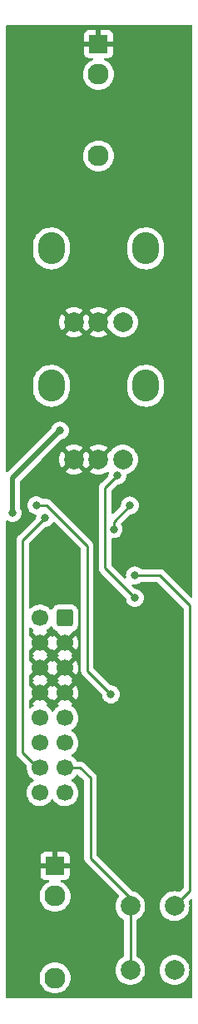
<source format=gbr>
%TF.GenerationSoftware,KiCad,Pcbnew,(6.0.0-0)*%
%TF.CreationDate,2022-12-13T23:32:19-05:00*%
%TF.ProjectId,synth-808,73796e74-682d-4383-9038-2e6b69636164,rev?*%
%TF.SameCoordinates,Original*%
%TF.FileFunction,Copper,L1,Top*%
%TF.FilePolarity,Positive*%
%FSLAX46Y46*%
G04 Gerber Fmt 4.6, Leading zero omitted, Abs format (unit mm)*
G04 Created by KiCad (PCBNEW (6.0.0-0)) date 2022-12-13 23:32:19*
%MOMM*%
%LPD*%
G01*
G04 APERTURE LIST*
G04 Aperture macros list*
%AMRoundRect*
0 Rectangle with rounded corners*
0 $1 Rounding radius*
0 $2 $3 $4 $5 $6 $7 $8 $9 X,Y pos of 4 corners*
0 Add a 4 corners polygon primitive as box body*
4,1,4,$2,$3,$4,$5,$6,$7,$8,$9,$2,$3,0*
0 Add four circle primitives for the rounded corners*
1,1,$1+$1,$2,$3*
1,1,$1+$1,$4,$5*
1,1,$1+$1,$6,$7*
1,1,$1+$1,$8,$9*
0 Add four rect primitives between the rounded corners*
20,1,$1+$1,$2,$3,$4,$5,0*
20,1,$1+$1,$4,$5,$6,$7,0*
20,1,$1+$1,$6,$7,$8,$9,0*
20,1,$1+$1,$8,$9,$2,$3,0*%
G04 Aperture macros list end*
%TA.AperFunction,ComponentPad*%
%ADD10R,1.930000X1.830000*%
%TD*%
%TA.AperFunction,ComponentPad*%
%ADD11C,2.130000*%
%TD*%
%TA.AperFunction,ComponentPad*%
%ADD12C,2.000000*%
%TD*%
%TA.AperFunction,ComponentPad*%
%ADD13O,2.720000X3.240000*%
%TD*%
%TA.AperFunction,ComponentPad*%
%ADD14RoundRect,0.250000X0.600000X0.600000X-0.600000X0.600000X-0.600000X-0.600000X0.600000X-0.600000X0*%
%TD*%
%TA.AperFunction,ComponentPad*%
%ADD15C,1.700000*%
%TD*%
%TA.AperFunction,ViaPad*%
%ADD16C,0.800000*%
%TD*%
%TA.AperFunction,Conductor*%
%ADD17C,0.500000*%
%TD*%
%TA.AperFunction,Conductor*%
%ADD18C,0.250000*%
%TD*%
G04 APERTURE END LIST*
D10*
%TO.P,J2,G*%
%TO.N,GND*%
X53594000Y-133412000D03*
D11*
%TO.P,J2,S*%
%TO.N,unconnected-(J2-PadS)*%
X53594000Y-136512000D03*
%TO.P,J2,T*%
%TO.N,OUT*%
X53594000Y-144812000D03*
%TD*%
D10*
%TO.P,J1,G*%
%TO.N,GND*%
X58017000Y-49838000D03*
D11*
%TO.P,J1,S*%
%TO.N,unconnected-(J1-PadS)*%
X58017000Y-52938000D03*
%TO.P,J1,T*%
%TO.N,TRIGGER*%
X58017000Y-61238000D03*
%TD*%
D12*
%TO.P,SW1,1,1*%
%TO.N,+12V*%
X61250000Y-137518000D03*
X61250000Y-144018000D03*
%TO.P,SW1,2,2*%
%TO.N,TRIGGER*%
X65750000Y-144018000D03*
X65750000Y-137518000D03*
%TD*%
%TO.P,RV2,3,3*%
%TO.N,Net-(R11-Pad2)*%
X60517000Y-92107000D03*
%TO.P,RV2,2,2*%
%TO.N,GND*%
X58017000Y-92107000D03*
%TO.P,RV2,1,1*%
X55517000Y-92107000D03*
D13*
%TO.P,RV2,*%
%TO.N,*%
X62817000Y-84607000D03*
X53217000Y-84607000D03*
%TD*%
D12*
%TO.P,RV1,3,3*%
%TO.N,Net-(R5-Pad1)*%
X60517000Y-78137000D03*
%TO.P,RV1,2,2*%
%TO.N,GND*%
X58017000Y-78137000D03*
%TO.P,RV1,1,1*%
X55517000Y-78137000D03*
D13*
%TO.P,RV1,*%
%TO.N,*%
X62817000Y-70637000D03*
X53217000Y-70637000D03*
%TD*%
D14*
%TO.P,U2,1,-12V*%
%TO.N,-12V*%
X54610000Y-108216000D03*
D15*
X52070000Y-108216000D03*
%TO.P,U2,2,GND*%
%TO.N,GND*%
X54610000Y-110756000D03*
X52070000Y-110744000D03*
%TO.P,U2,3,GND*%
X52070000Y-113284000D03*
X54610000Y-113296000D03*
%TO.P,U2,4,GND*%
X54610000Y-115836000D03*
X52070000Y-115824000D03*
%TO.P,U2,5,12V*%
%TO.N,unconnected-(U2-Pad5)*%
X54610000Y-118376000D03*
X52070000Y-118364000D03*
%TO.P,U2,6,5V*%
%TO.N,unconnected-(U2-Pad6)*%
X52070000Y-120904000D03*
X54610000Y-120916000D03*
%TO.P,U2,7,CV*%
%TO.N,+12V*%
X54610000Y-123456000D03*
X52070000Y-123444000D03*
%TO.P,U2,8,GATE*%
%TO.N,unconnected-(U2-Pad8)*%
X52070000Y-125984000D03*
X54610000Y-125996000D03*
%TD*%
D16*
%TO.N,OUT*%
X49276000Y-97536000D03*
X54102000Y-89154000D03*
%TO.N,Net-(D1-Pad1)*%
X59558701Y-99191299D03*
X61214000Y-96774000D03*
%TO.N,TRIGGER*%
X61722000Y-103886000D03*
%TO.N,+12V*%
X52578000Y-98044000D03*
%TO.N,GND*%
X60198000Y-128270000D03*
X53870000Y-95840000D03*
X66294000Y-103886000D03*
X61976000Y-99314000D03*
%TO.N,Net-(R11-Pad2)*%
X59944000Y-93726000D03*
X61722000Y-106172000D03*
%TO.N,Net-(C4-Pad2)*%
X59280000Y-115990000D03*
X51680000Y-96760000D03*
%TD*%
D17*
%TO.N,OUT*%
X49276000Y-93980000D02*
X54102000Y-89154000D01*
X49276000Y-97536000D02*
X49276000Y-93980000D01*
D18*
%TO.N,Net-(D1-Pad1)*%
X61214000Y-96774000D02*
X59558701Y-98429299D01*
X59558701Y-98429299D02*
X59558701Y-99191299D01*
%TO.N,TRIGGER*%
X67310000Y-135958000D02*
X65750000Y-137518000D01*
X61722000Y-103886000D02*
X64262000Y-103886000D01*
X67310000Y-106934000D02*
X67310000Y-135958000D01*
X64262000Y-103886000D02*
X67310000Y-106934000D01*
%TO.N,+12V*%
X61250000Y-137518000D02*
X61250000Y-136704000D01*
X50292000Y-121898000D02*
X50292000Y-100330000D01*
X61250000Y-137518000D02*
X61250000Y-144018000D01*
X52092000Y-123698000D02*
X50292000Y-121898000D01*
X61250000Y-136704000D02*
X57190000Y-132644000D01*
X56156000Y-123456000D02*
X54610000Y-123456000D01*
X50292000Y-100330000D02*
X52578000Y-98044000D01*
X57190000Y-124490000D02*
X56156000Y-123456000D01*
X57190000Y-132644000D02*
X57190000Y-124490000D01*
%TO.N,Net-(R11-Pad2)*%
X58674000Y-103124000D02*
X61722000Y-106172000D01*
X59944000Y-93726000D02*
X58674000Y-94996000D01*
X58674000Y-94996000D02*
X58674000Y-103124000D01*
%TO.N,Net-(C4-Pad2)*%
X56870000Y-100920000D02*
X56870000Y-113580000D01*
X51680000Y-96760000D02*
X52710000Y-96760000D01*
X52710000Y-96760000D02*
X56870000Y-100920000D01*
X56870000Y-113580000D02*
X59280000Y-115990000D01*
%TD*%
%TA.AperFunction,Conductor*%
%TO.N,GND*%
G36*
X67526121Y-47940002D02*
G01*
X67572614Y-47993658D01*
X67584000Y-48046000D01*
X67584000Y-106007906D01*
X67563998Y-106076027D01*
X67510342Y-106122520D01*
X67440068Y-106132624D01*
X67375488Y-106103130D01*
X67368905Y-106097001D01*
X66129836Y-104857931D01*
X64765652Y-103493747D01*
X64758112Y-103485461D01*
X64754000Y-103478982D01*
X64741653Y-103467387D01*
X64704349Y-103432357D01*
X64701507Y-103429602D01*
X64681770Y-103409865D01*
X64678573Y-103407385D01*
X64669551Y-103399680D01*
X64664597Y-103395028D01*
X64637321Y-103369414D01*
X64630375Y-103365595D01*
X64630372Y-103365593D01*
X64619566Y-103359652D01*
X64603047Y-103348801D01*
X64597048Y-103344148D01*
X64587041Y-103336386D01*
X64579772Y-103333241D01*
X64579768Y-103333238D01*
X64546463Y-103318826D01*
X64535813Y-103313609D01*
X64497060Y-103292305D01*
X64477437Y-103287267D01*
X64458734Y-103280863D01*
X64447420Y-103275967D01*
X64447419Y-103275967D01*
X64440145Y-103272819D01*
X64432322Y-103271580D01*
X64432312Y-103271577D01*
X64396476Y-103265901D01*
X64384856Y-103263495D01*
X64349711Y-103254472D01*
X64349710Y-103254472D01*
X64342030Y-103252500D01*
X64321776Y-103252500D01*
X64302065Y-103250949D01*
X64289886Y-103249020D01*
X64282057Y-103247780D01*
X64274165Y-103248526D01*
X64238039Y-103251941D01*
X64226181Y-103252500D01*
X62430200Y-103252500D01*
X62362079Y-103232498D01*
X62342853Y-103216157D01*
X62342580Y-103216460D01*
X62337668Y-103212037D01*
X62333253Y-103207134D01*
X62178752Y-103094882D01*
X62172724Y-103092198D01*
X62172722Y-103092197D01*
X62010319Y-103019891D01*
X62010318Y-103019891D01*
X62004288Y-103017206D01*
X61910887Y-102997353D01*
X61823944Y-102978872D01*
X61823939Y-102978872D01*
X61817487Y-102977500D01*
X61626513Y-102977500D01*
X61620061Y-102978872D01*
X61620056Y-102978872D01*
X61533113Y-102997353D01*
X61439712Y-103017206D01*
X61433682Y-103019891D01*
X61433681Y-103019891D01*
X61271278Y-103092197D01*
X61271276Y-103092198D01*
X61265248Y-103094882D01*
X61110747Y-103207134D01*
X61106326Y-103212044D01*
X61106325Y-103212045D01*
X60997203Y-103333238D01*
X60982960Y-103349056D01*
X60970878Y-103369983D01*
X60890885Y-103508535D01*
X60887473Y-103514444D01*
X60828458Y-103696072D01*
X60808496Y-103886000D01*
X60809186Y-103892565D01*
X60827278Y-104064704D01*
X60814506Y-104134542D01*
X60766004Y-104186389D01*
X60697171Y-104203783D01*
X60629861Y-104181201D01*
X60612873Y-104166969D01*
X60338470Y-103892565D01*
X59344405Y-102898500D01*
X59310379Y-102836188D01*
X59307500Y-102809405D01*
X59307500Y-100222298D01*
X59327502Y-100154177D01*
X59381158Y-100107684D01*
X59450184Y-100097760D01*
X59450186Y-100097736D01*
X59450279Y-100097746D01*
X59451432Y-100097580D01*
X59455360Y-100098280D01*
X59456759Y-100098427D01*
X59463214Y-100099799D01*
X59654188Y-100099799D01*
X59660640Y-100098427D01*
X59660645Y-100098427D01*
X59747588Y-100079946D01*
X59840989Y-100060093D01*
X59847020Y-100057408D01*
X60009423Y-99985102D01*
X60009425Y-99985101D01*
X60015453Y-99982417D01*
X60029194Y-99972434D01*
X60070858Y-99942163D01*
X60169954Y-99870165D01*
X60193714Y-99843777D01*
X60293322Y-99733151D01*
X60293323Y-99733150D01*
X60297741Y-99728243D01*
X60393228Y-99562855D01*
X60452243Y-99381227D01*
X60472205Y-99191299D01*
X60452243Y-99001371D01*
X60393228Y-98819743D01*
X60321122Y-98694851D01*
X60304384Y-98625858D01*
X60327604Y-98558766D01*
X60341146Y-98542758D01*
X61164499Y-97719405D01*
X61226811Y-97685379D01*
X61253594Y-97682500D01*
X61309487Y-97682500D01*
X61315939Y-97681128D01*
X61315944Y-97681128D01*
X61402887Y-97662647D01*
X61496288Y-97642794D01*
X61527733Y-97628794D01*
X61664722Y-97567803D01*
X61664724Y-97567802D01*
X61670752Y-97565118D01*
X61701794Y-97542565D01*
X61726157Y-97524864D01*
X61825253Y-97452866D01*
X61829675Y-97447955D01*
X61948621Y-97315852D01*
X61948622Y-97315851D01*
X61953040Y-97310944D01*
X62048527Y-97145556D01*
X62107542Y-96963928D01*
X62109014Y-96949928D01*
X62126814Y-96780565D01*
X62127504Y-96774000D01*
X62107542Y-96584072D01*
X62048527Y-96402444D01*
X61953040Y-96237056D01*
X61945678Y-96228879D01*
X61829675Y-96100045D01*
X61829674Y-96100044D01*
X61825253Y-96095134D01*
X61670752Y-95982882D01*
X61664724Y-95980198D01*
X61664722Y-95980197D01*
X61502319Y-95907891D01*
X61502318Y-95907891D01*
X61496288Y-95905206D01*
X61402888Y-95885353D01*
X61315944Y-95866872D01*
X61315939Y-95866872D01*
X61309487Y-95865500D01*
X61118513Y-95865500D01*
X61112061Y-95866872D01*
X61112056Y-95866872D01*
X61025112Y-95885353D01*
X60931712Y-95905206D01*
X60925682Y-95907891D01*
X60925681Y-95907891D01*
X60763278Y-95980197D01*
X60763276Y-95980198D01*
X60757248Y-95982882D01*
X60602747Y-96095134D01*
X60598326Y-96100044D01*
X60598325Y-96100045D01*
X60482323Y-96228879D01*
X60474960Y-96237056D01*
X60379473Y-96402444D01*
X60320458Y-96584072D01*
X60319768Y-96590633D01*
X60319768Y-96590635D01*
X60303093Y-96749292D01*
X60276080Y-96814949D01*
X60266878Y-96825217D01*
X59522595Y-97569500D01*
X59460283Y-97603526D01*
X59389468Y-97598461D01*
X59332632Y-97555914D01*
X59307821Y-97489394D01*
X59307500Y-97480405D01*
X59307500Y-95310594D01*
X59327502Y-95242473D01*
X59344405Y-95221499D01*
X59894499Y-94671405D01*
X59956811Y-94637379D01*
X59983594Y-94634500D01*
X60039487Y-94634500D01*
X60045939Y-94633128D01*
X60045944Y-94633128D01*
X60132887Y-94614647D01*
X60226288Y-94594794D01*
X60232319Y-94592109D01*
X60394722Y-94519803D01*
X60394724Y-94519802D01*
X60400752Y-94517118D01*
X60418808Y-94504000D01*
X60456157Y-94476864D01*
X60555253Y-94404866D01*
X60654914Y-94294181D01*
X60678621Y-94267852D01*
X60678622Y-94267851D01*
X60683040Y-94262944D01*
X60778527Y-94097556D01*
X60837542Y-93915928D01*
X60857504Y-93726000D01*
X60853740Y-93690187D01*
X60866512Y-93620349D01*
X60915014Y-93568502D01*
X60949635Y-93554499D01*
X60979772Y-93547263D01*
X60979776Y-93547262D01*
X60984594Y-93546105D01*
X60989167Y-93544211D01*
X61199389Y-93457135D01*
X61199393Y-93457133D01*
X61203963Y-93455240D01*
X61208183Y-93452654D01*
X61402202Y-93333759D01*
X61402208Y-93333755D01*
X61406416Y-93331176D01*
X61586969Y-93176969D01*
X61741176Y-92996416D01*
X61743755Y-92992208D01*
X61743759Y-92992202D01*
X61862654Y-92798183D01*
X61865240Y-92793963D01*
X61867229Y-92789163D01*
X61954211Y-92579167D01*
X61954212Y-92579165D01*
X61956105Y-92574594D01*
X62011535Y-92343711D01*
X62030165Y-92107000D01*
X62011535Y-91870289D01*
X61956105Y-91639406D01*
X61954211Y-91634833D01*
X61867135Y-91424611D01*
X61867133Y-91424607D01*
X61865240Y-91420037D01*
X61862654Y-91415817D01*
X61743759Y-91221798D01*
X61743755Y-91221792D01*
X61741176Y-91217584D01*
X61586969Y-91037031D01*
X61406416Y-90882824D01*
X61402208Y-90880245D01*
X61402202Y-90880241D01*
X61208183Y-90761346D01*
X61203963Y-90758760D01*
X61199393Y-90756867D01*
X61199389Y-90756865D01*
X60989167Y-90669789D01*
X60989165Y-90669788D01*
X60984594Y-90667895D01*
X60904391Y-90648640D01*
X60758524Y-90613620D01*
X60758518Y-90613619D01*
X60753711Y-90612465D01*
X60517000Y-90593835D01*
X60280289Y-90612465D01*
X60275482Y-90613619D01*
X60275476Y-90613620D01*
X60129609Y-90648640D01*
X60049406Y-90667895D01*
X60044835Y-90669788D01*
X60044833Y-90669789D01*
X59834611Y-90756865D01*
X59834607Y-90756867D01*
X59830037Y-90758760D01*
X59825817Y-90761346D01*
X59631798Y-90880241D01*
X59631792Y-90880245D01*
X59627584Y-90882824D01*
X59447031Y-91037031D01*
X59443823Y-91040787D01*
X59308247Y-91199526D01*
X59262314Y-91233402D01*
X59240332Y-91242878D01*
X57155920Y-93327290D01*
X57149160Y-93339670D01*
X57154887Y-93347320D01*
X57326042Y-93452205D01*
X57334837Y-93456687D01*
X57544988Y-93543734D01*
X57554373Y-93546783D01*
X57775554Y-93599885D01*
X57785301Y-93601428D01*
X58012070Y-93619275D01*
X58021930Y-93619275D01*
X58248699Y-93601428D01*
X58258446Y-93599885D01*
X58479627Y-93546783D01*
X58489012Y-93543734D01*
X58699163Y-93456687D01*
X58707948Y-93452210D01*
X58878424Y-93347742D01*
X58946957Y-93329204D01*
X59014634Y-93350660D01*
X59059967Y-93405299D01*
X59068564Y-93475774D01*
X59064092Y-93494111D01*
X59050458Y-93536072D01*
X59049768Y-93542633D01*
X59049768Y-93542635D01*
X59033093Y-93701292D01*
X59006080Y-93766949D01*
X58996878Y-93777217D01*
X58281747Y-94492348D01*
X58273461Y-94499888D01*
X58266982Y-94504000D01*
X58261557Y-94509777D01*
X58220357Y-94553651D01*
X58217602Y-94556493D01*
X58197865Y-94576230D01*
X58195385Y-94579427D01*
X58187682Y-94588447D01*
X58157414Y-94620679D01*
X58153595Y-94627625D01*
X58153593Y-94627628D01*
X58147652Y-94638434D01*
X58136801Y-94654953D01*
X58124386Y-94670959D01*
X58121241Y-94678228D01*
X58121238Y-94678232D01*
X58106826Y-94711537D01*
X58101609Y-94722187D01*
X58080305Y-94760940D01*
X58078334Y-94768615D01*
X58078334Y-94768616D01*
X58075267Y-94780562D01*
X58068863Y-94799266D01*
X58060819Y-94817855D01*
X58059580Y-94825678D01*
X58059577Y-94825688D01*
X58053901Y-94861524D01*
X58051495Y-94873144D01*
X58040500Y-94915970D01*
X58040500Y-94936224D01*
X58038949Y-94955934D01*
X58035780Y-94975943D01*
X58036526Y-94983835D01*
X58039941Y-95019961D01*
X58040500Y-95031819D01*
X58040500Y-103045233D01*
X58039973Y-103056416D01*
X58038298Y-103063909D01*
X58038547Y-103071835D01*
X58038547Y-103071836D01*
X58040438Y-103131986D01*
X58040500Y-103135945D01*
X58040500Y-103163856D01*
X58040997Y-103167790D01*
X58040997Y-103167791D01*
X58041005Y-103167856D01*
X58041938Y-103179693D01*
X58043327Y-103223889D01*
X58048978Y-103243339D01*
X58052987Y-103262700D01*
X58054109Y-103271577D01*
X58055526Y-103282797D01*
X58058445Y-103290168D01*
X58058445Y-103290170D01*
X58071804Y-103323912D01*
X58075649Y-103335142D01*
X58081383Y-103354879D01*
X58087982Y-103377593D01*
X58092015Y-103384412D01*
X58092017Y-103384417D01*
X58098293Y-103395028D01*
X58106988Y-103412776D01*
X58114448Y-103431617D01*
X58119110Y-103438033D01*
X58119110Y-103438034D01*
X58140436Y-103467387D01*
X58146952Y-103477307D01*
X58156675Y-103493747D01*
X58169458Y-103515362D01*
X58183779Y-103529683D01*
X58196619Y-103544716D01*
X58208528Y-103561107D01*
X58214634Y-103566158D01*
X58242605Y-103589298D01*
X58251384Y-103597288D01*
X60774878Y-106120783D01*
X60808904Y-106183095D01*
X60811093Y-106196708D01*
X60823221Y-106312096D01*
X60828458Y-106361928D01*
X60887473Y-106543556D01*
X60982960Y-106708944D01*
X61110747Y-106850866D01*
X61175716Y-106898069D01*
X61257860Y-106957750D01*
X61265248Y-106963118D01*
X61271276Y-106965802D01*
X61271278Y-106965803D01*
X61399081Y-107022704D01*
X61439712Y-107040794D01*
X61530624Y-107060118D01*
X61620056Y-107079128D01*
X61620061Y-107079128D01*
X61626513Y-107080500D01*
X61817487Y-107080500D01*
X61823939Y-107079128D01*
X61823944Y-107079128D01*
X61913376Y-107060118D01*
X62004288Y-107040794D01*
X62044919Y-107022704D01*
X62172722Y-106965803D01*
X62172724Y-106965802D01*
X62178752Y-106963118D01*
X62186141Y-106957750D01*
X62268284Y-106898069D01*
X62333253Y-106850866D01*
X62461040Y-106708944D01*
X62556527Y-106543556D01*
X62615542Y-106361928D01*
X62620780Y-106312096D01*
X62634814Y-106178565D01*
X62635504Y-106172000D01*
X62633830Y-106156075D01*
X62616232Y-105988635D01*
X62616232Y-105988633D01*
X62615542Y-105982072D01*
X62556527Y-105800444D01*
X62461040Y-105635056D01*
X62333253Y-105493134D01*
X62178752Y-105380882D01*
X62172724Y-105378198D01*
X62172722Y-105378197D01*
X62010319Y-105305891D01*
X62010318Y-105305891D01*
X62004288Y-105303206D01*
X61910888Y-105283353D01*
X61823944Y-105264872D01*
X61823939Y-105264872D01*
X61817487Y-105263500D01*
X61761594Y-105263500D01*
X61693473Y-105243498D01*
X61672499Y-105226595D01*
X61436962Y-104991058D01*
X61402936Y-104928746D01*
X61408001Y-104857931D01*
X61450548Y-104801095D01*
X61517068Y-104776284D01*
X61552253Y-104778716D01*
X61610390Y-104791073D01*
X61626513Y-104794500D01*
X61817487Y-104794500D01*
X61823939Y-104793128D01*
X61823944Y-104793128D01*
X61910888Y-104774647D01*
X62004288Y-104754794D01*
X62010319Y-104752109D01*
X62172722Y-104679803D01*
X62172724Y-104679802D01*
X62178752Y-104677118D01*
X62333253Y-104564866D01*
X62337668Y-104559963D01*
X62342580Y-104555540D01*
X62343705Y-104556789D01*
X62397014Y-104523949D01*
X62430200Y-104519500D01*
X63947406Y-104519500D01*
X64015527Y-104539502D01*
X64036501Y-104556405D01*
X66639595Y-107159500D01*
X66673621Y-107221812D01*
X66676500Y-107248595D01*
X66676500Y-135643405D01*
X66656498Y-135711526D01*
X66639595Y-135732500D01*
X66328459Y-136043636D01*
X66266147Y-136077662D01*
X66209951Y-136077060D01*
X66157104Y-136064373D01*
X65991524Y-136024620D01*
X65991518Y-136024619D01*
X65986711Y-136023465D01*
X65750000Y-136004835D01*
X65513289Y-136023465D01*
X65508482Y-136024619D01*
X65508476Y-136024620D01*
X65362609Y-136059640D01*
X65282406Y-136078895D01*
X65277835Y-136080788D01*
X65277833Y-136080789D01*
X65067611Y-136167865D01*
X65067607Y-136167867D01*
X65063037Y-136169760D01*
X65058817Y-136172346D01*
X64864798Y-136291241D01*
X64864792Y-136291245D01*
X64860584Y-136293824D01*
X64680031Y-136448031D01*
X64525824Y-136628584D01*
X64523245Y-136632792D01*
X64523241Y-136632798D01*
X64423844Y-136794999D01*
X64401760Y-136831037D01*
X64399867Y-136835607D01*
X64399865Y-136835611D01*
X64329986Y-137004315D01*
X64310895Y-137050406D01*
X64255465Y-137281289D01*
X64236835Y-137518000D01*
X64255465Y-137754711D01*
X64310895Y-137985594D01*
X64312788Y-137990165D01*
X64312789Y-137990167D01*
X64354293Y-138090366D01*
X64401760Y-138204963D01*
X64404346Y-138209183D01*
X64523241Y-138403202D01*
X64523245Y-138403208D01*
X64525824Y-138407416D01*
X64680031Y-138587969D01*
X64860584Y-138742176D01*
X64864792Y-138744755D01*
X64864798Y-138744759D01*
X65056335Y-138862133D01*
X65063037Y-138866240D01*
X65067607Y-138868133D01*
X65067611Y-138868135D01*
X65277833Y-138955211D01*
X65282406Y-138957105D01*
X65334310Y-138969566D01*
X65508476Y-139011380D01*
X65508482Y-139011381D01*
X65513289Y-139012535D01*
X65750000Y-139031165D01*
X65986711Y-139012535D01*
X65991518Y-139011381D01*
X65991524Y-139011380D01*
X66165690Y-138969566D01*
X66217594Y-138957105D01*
X66222167Y-138955211D01*
X66432389Y-138868135D01*
X66432393Y-138868133D01*
X66436963Y-138866240D01*
X66443665Y-138862133D01*
X66635202Y-138744759D01*
X66635208Y-138744755D01*
X66639416Y-138742176D01*
X66819969Y-138587969D01*
X66974176Y-138407416D01*
X66976755Y-138403208D01*
X66976759Y-138403202D01*
X67095654Y-138209183D01*
X67098240Y-138204963D01*
X67145708Y-138090366D01*
X67187211Y-137990167D01*
X67187212Y-137990165D01*
X67189105Y-137985594D01*
X67244535Y-137754711D01*
X67263165Y-137518000D01*
X67244535Y-137281289D01*
X67190940Y-137058049D01*
X67194487Y-136987141D01*
X67224364Y-136939540D01*
X67368905Y-136794999D01*
X67431217Y-136760973D01*
X67502032Y-136766038D01*
X67558868Y-136808585D01*
X67583679Y-136875105D01*
X67584000Y-136884094D01*
X67584000Y-146778000D01*
X67563998Y-146846121D01*
X67510342Y-146892614D01*
X67458000Y-146904000D01*
X48726000Y-146904000D01*
X48657879Y-146883998D01*
X48611386Y-146830342D01*
X48600000Y-146778000D01*
X48600000Y-144812000D01*
X52015634Y-144812000D01*
X52035066Y-145058911D01*
X52036220Y-145063718D01*
X52036221Y-145063724D01*
X52042042Y-145087969D01*
X52092885Y-145299742D01*
X52094778Y-145304313D01*
X52094779Y-145304315D01*
X52181188Y-145512923D01*
X52187666Y-145528563D01*
X52317075Y-145739740D01*
X52477927Y-145928073D01*
X52666260Y-146088925D01*
X52877437Y-146218334D01*
X52882007Y-146220227D01*
X52882011Y-146220229D01*
X53101685Y-146311221D01*
X53106258Y-146313115D01*
X53191170Y-146333501D01*
X53342276Y-146369779D01*
X53342282Y-146369780D01*
X53347089Y-146370934D01*
X53594000Y-146390366D01*
X53840911Y-146370934D01*
X53845718Y-146369780D01*
X53845724Y-146369779D01*
X53996830Y-146333501D01*
X54081742Y-146313115D01*
X54086315Y-146311221D01*
X54305989Y-146220229D01*
X54305993Y-146220227D01*
X54310563Y-146218334D01*
X54521740Y-146088925D01*
X54710073Y-145928073D01*
X54870925Y-145739740D01*
X55000334Y-145528563D01*
X55006813Y-145512923D01*
X55093221Y-145304315D01*
X55093222Y-145304313D01*
X55095115Y-145299742D01*
X55145958Y-145087969D01*
X55151779Y-145063724D01*
X55151780Y-145063718D01*
X55152934Y-145058911D01*
X55172366Y-144812000D01*
X55152934Y-144565089D01*
X55151780Y-144560282D01*
X55151779Y-144560276D01*
X55096270Y-144329070D01*
X55095115Y-144324258D01*
X55000334Y-144095437D01*
X54870925Y-143884260D01*
X54710073Y-143695927D01*
X54521740Y-143535075D01*
X54310563Y-143405666D01*
X54305993Y-143403773D01*
X54305989Y-143403771D01*
X54086315Y-143312779D01*
X54086313Y-143312778D01*
X54081742Y-143310885D01*
X53996830Y-143290499D01*
X53845724Y-143254221D01*
X53845718Y-143254220D01*
X53840911Y-143253066D01*
X53594000Y-143233634D01*
X53347089Y-143253066D01*
X53342282Y-143254220D01*
X53342276Y-143254221D01*
X53191170Y-143290499D01*
X53106258Y-143310885D01*
X53101687Y-143312778D01*
X53101685Y-143312779D01*
X52882011Y-143403771D01*
X52882007Y-143403773D01*
X52877437Y-143405666D01*
X52666260Y-143535075D01*
X52477927Y-143695927D01*
X52317075Y-143884260D01*
X52187666Y-144095437D01*
X52092885Y-144324258D01*
X52091730Y-144329070D01*
X52036221Y-144560276D01*
X52036220Y-144560282D01*
X52035066Y-144565089D01*
X52015634Y-144812000D01*
X48600000Y-144812000D01*
X48600000Y-136512000D01*
X52015634Y-136512000D01*
X52035066Y-136758911D01*
X52036220Y-136763718D01*
X52036221Y-136763724D01*
X52051369Y-136826817D01*
X52092885Y-136999742D01*
X52094778Y-137004313D01*
X52094779Y-137004315D01*
X52117037Y-137058049D01*
X52187666Y-137228563D01*
X52317075Y-137439740D01*
X52477927Y-137628073D01*
X52666260Y-137788925D01*
X52877437Y-137918334D01*
X52882007Y-137920227D01*
X52882011Y-137920229D01*
X53101685Y-138011221D01*
X53106258Y-138013115D01*
X53191170Y-138033501D01*
X53342276Y-138069779D01*
X53342282Y-138069780D01*
X53347089Y-138070934D01*
X53594000Y-138090366D01*
X53840911Y-138070934D01*
X53845718Y-138069780D01*
X53845724Y-138069779D01*
X53996830Y-138033501D01*
X54081742Y-138013115D01*
X54086315Y-138011221D01*
X54305989Y-137920229D01*
X54305993Y-137920227D01*
X54310563Y-137918334D01*
X54521740Y-137788925D01*
X54710073Y-137628073D01*
X54870925Y-137439740D01*
X55000334Y-137228563D01*
X55070964Y-137058049D01*
X55093221Y-137004315D01*
X55093222Y-137004313D01*
X55095115Y-136999742D01*
X55136631Y-136826817D01*
X55151779Y-136763724D01*
X55151780Y-136763718D01*
X55152934Y-136758911D01*
X55172366Y-136512000D01*
X55152934Y-136265089D01*
X55151780Y-136260282D01*
X55151779Y-136260276D01*
X55096270Y-136029070D01*
X55095115Y-136024258D01*
X55093221Y-136019685D01*
X55002229Y-135800011D01*
X55002227Y-135800007D01*
X55000334Y-135795437D01*
X54870925Y-135584260D01*
X54710073Y-135395927D01*
X54521740Y-135235075D01*
X54310563Y-135105666D01*
X54242342Y-135077408D01*
X54187062Y-135032859D01*
X54164641Y-134965496D01*
X54182199Y-134896705D01*
X54234162Y-134848326D01*
X54290561Y-134834999D01*
X54603669Y-134834999D01*
X54610490Y-134834629D01*
X54661352Y-134829105D01*
X54676604Y-134825479D01*
X54797054Y-134780324D01*
X54812649Y-134771786D01*
X54914724Y-134695285D01*
X54927285Y-134682724D01*
X55003786Y-134580649D01*
X55012324Y-134565054D01*
X55057478Y-134444606D01*
X55061105Y-134429351D01*
X55066631Y-134378486D01*
X55067000Y-134371672D01*
X55067000Y-133684115D01*
X55062525Y-133668876D01*
X55061135Y-133667671D01*
X55053452Y-133666000D01*
X52139116Y-133666000D01*
X52123877Y-133670475D01*
X52122672Y-133671865D01*
X52121001Y-133679548D01*
X52121001Y-134371669D01*
X52121371Y-134378490D01*
X52126895Y-134429352D01*
X52130521Y-134444604D01*
X52175676Y-134565054D01*
X52184214Y-134580649D01*
X52260715Y-134682724D01*
X52273276Y-134695285D01*
X52375351Y-134771786D01*
X52390946Y-134780324D01*
X52511394Y-134825478D01*
X52526649Y-134829105D01*
X52577514Y-134834631D01*
X52584328Y-134835000D01*
X52897438Y-134835000D01*
X52965559Y-134855002D01*
X53012052Y-134908658D01*
X53022156Y-134978932D01*
X52992662Y-135043512D01*
X52945657Y-135077408D01*
X52917360Y-135089129D01*
X52882011Y-135103771D01*
X52882007Y-135103773D01*
X52877437Y-135105666D01*
X52666260Y-135235075D01*
X52477927Y-135395927D01*
X52317075Y-135584260D01*
X52187666Y-135795437D01*
X52185773Y-135800007D01*
X52185771Y-135800011D01*
X52094779Y-136019685D01*
X52092885Y-136024258D01*
X52091730Y-136029070D01*
X52036221Y-136260276D01*
X52036220Y-136260282D01*
X52035066Y-136265089D01*
X52015634Y-136512000D01*
X48600000Y-136512000D01*
X48600000Y-133139885D01*
X52121000Y-133139885D01*
X52125475Y-133155124D01*
X52126865Y-133156329D01*
X52134548Y-133158000D01*
X53321885Y-133158000D01*
X53337124Y-133153525D01*
X53338329Y-133152135D01*
X53340000Y-133144452D01*
X53340000Y-133139885D01*
X53848000Y-133139885D01*
X53852475Y-133155124D01*
X53853865Y-133156329D01*
X53861548Y-133158000D01*
X55048884Y-133158000D01*
X55064123Y-133153525D01*
X55065328Y-133152135D01*
X55066999Y-133144452D01*
X55066999Y-132452331D01*
X55066629Y-132445510D01*
X55061105Y-132394648D01*
X55057479Y-132379396D01*
X55012324Y-132258946D01*
X55003786Y-132243351D01*
X54927285Y-132141276D01*
X54914724Y-132128715D01*
X54812649Y-132052214D01*
X54797054Y-132043676D01*
X54676606Y-131998522D01*
X54661351Y-131994895D01*
X54610486Y-131989369D01*
X54603672Y-131989000D01*
X53866115Y-131989000D01*
X53850876Y-131993475D01*
X53849671Y-131994865D01*
X53848000Y-132002548D01*
X53848000Y-133139885D01*
X53340000Y-133139885D01*
X53340000Y-132007116D01*
X53335525Y-131991877D01*
X53334135Y-131990672D01*
X53326452Y-131989001D01*
X52584331Y-131989001D01*
X52577510Y-131989371D01*
X52526648Y-131994895D01*
X52511396Y-131998521D01*
X52390946Y-132043676D01*
X52375351Y-132052214D01*
X52273276Y-132128715D01*
X52260715Y-132141276D01*
X52184214Y-132243351D01*
X52175676Y-132258946D01*
X52130522Y-132379394D01*
X52126895Y-132394649D01*
X52121369Y-132445514D01*
X52121000Y-132452328D01*
X52121000Y-133139885D01*
X48600000Y-133139885D01*
X48600000Y-100309943D01*
X49653780Y-100309943D01*
X49654526Y-100317835D01*
X49657941Y-100353961D01*
X49658500Y-100365819D01*
X49658500Y-121819233D01*
X49657973Y-121830416D01*
X49656298Y-121837909D01*
X49656547Y-121845835D01*
X49656547Y-121845836D01*
X49658438Y-121905986D01*
X49658500Y-121909945D01*
X49658500Y-121937856D01*
X49658997Y-121941790D01*
X49658997Y-121941791D01*
X49659005Y-121941856D01*
X49659938Y-121953693D01*
X49661327Y-121997889D01*
X49666978Y-122017339D01*
X49670987Y-122036700D01*
X49673526Y-122056797D01*
X49676445Y-122064168D01*
X49676445Y-122064170D01*
X49689804Y-122097912D01*
X49693649Y-122109142D01*
X49703771Y-122143983D01*
X49705982Y-122151593D01*
X49710015Y-122158412D01*
X49710017Y-122158417D01*
X49716293Y-122169028D01*
X49724988Y-122186776D01*
X49732448Y-122205617D01*
X49737110Y-122212033D01*
X49737110Y-122212034D01*
X49758436Y-122241387D01*
X49764952Y-122251307D01*
X49771672Y-122262669D01*
X49787458Y-122289362D01*
X49801779Y-122303683D01*
X49814619Y-122318716D01*
X49826528Y-122335107D01*
X49832634Y-122340158D01*
X49860605Y-122363298D01*
X49869384Y-122371288D01*
X50684117Y-123186021D01*
X50718143Y-123248333D01*
X50720309Y-123288505D01*
X50707251Y-123410695D01*
X50720110Y-123633715D01*
X50721247Y-123638761D01*
X50721248Y-123638767D01*
X50745304Y-123745508D01*
X50769222Y-123851639D01*
X50804511Y-123938545D01*
X50848890Y-124047838D01*
X50853266Y-124058616D01*
X50904246Y-124141808D01*
X50966883Y-124244022D01*
X50969987Y-124249088D01*
X51116250Y-124417938D01*
X51288126Y-124560632D01*
X51303006Y-124569327D01*
X51361445Y-124603476D01*
X51410169Y-124655114D01*
X51423240Y-124724897D01*
X51396509Y-124790669D01*
X51356055Y-124824027D01*
X51343607Y-124830507D01*
X51339474Y-124833610D01*
X51339471Y-124833612D01*
X51169100Y-124961530D01*
X51164965Y-124964635D01*
X51010629Y-125126138D01*
X50884743Y-125310680D01*
X50790688Y-125513305D01*
X50730989Y-125728570D01*
X50707251Y-125950695D01*
X50707548Y-125955848D01*
X50707548Y-125955851D01*
X50713703Y-126062590D01*
X50720110Y-126173715D01*
X50721247Y-126178761D01*
X50721248Y-126178767D01*
X50743824Y-126278939D01*
X50769222Y-126391639D01*
X50853266Y-126598616D01*
X50969987Y-126789088D01*
X51116250Y-126957938D01*
X51288126Y-127100632D01*
X51481000Y-127213338D01*
X51689692Y-127293030D01*
X51694760Y-127294061D01*
X51694763Y-127294062D01*
X51802017Y-127315883D01*
X51908597Y-127337567D01*
X51913772Y-127337757D01*
X51913774Y-127337757D01*
X52126673Y-127345564D01*
X52126677Y-127345564D01*
X52131837Y-127345753D01*
X52136957Y-127345097D01*
X52136959Y-127345097D01*
X52348288Y-127318025D01*
X52348289Y-127318025D01*
X52353416Y-127317368D01*
X52391101Y-127306062D01*
X52562429Y-127254661D01*
X52562434Y-127254659D01*
X52567384Y-127253174D01*
X52767994Y-127154896D01*
X52949860Y-127025173D01*
X53108096Y-126867489D01*
X53167594Y-126784689D01*
X53236301Y-126689072D01*
X53292296Y-126645424D01*
X53362999Y-126638978D01*
X53425964Y-126671781D01*
X53446057Y-126696764D01*
X53507287Y-126796683D01*
X53507291Y-126796688D01*
X53509987Y-126801088D01*
X53656250Y-126969938D01*
X53828126Y-127112632D01*
X54021000Y-127225338D01*
X54229692Y-127305030D01*
X54234760Y-127306061D01*
X54234763Y-127306062D01*
X54342017Y-127327883D01*
X54448597Y-127349567D01*
X54453772Y-127349757D01*
X54453774Y-127349757D01*
X54666673Y-127357564D01*
X54666677Y-127357564D01*
X54671837Y-127357753D01*
X54676957Y-127357097D01*
X54676959Y-127357097D01*
X54888288Y-127330025D01*
X54888289Y-127330025D01*
X54893416Y-127329368D01*
X54933414Y-127317368D01*
X55102429Y-127266661D01*
X55102434Y-127266659D01*
X55107384Y-127265174D01*
X55307994Y-127166896D01*
X55489860Y-127037173D01*
X55648096Y-126879489D01*
X55654098Y-126871137D01*
X55775435Y-126702277D01*
X55778453Y-126698077D01*
X55807662Y-126638978D01*
X55875136Y-126502453D01*
X55875137Y-126502451D01*
X55877430Y-126497811D01*
X55942370Y-126284069D01*
X55971529Y-126062590D01*
X55973156Y-125996000D01*
X55954852Y-125773361D01*
X55900431Y-125556702D01*
X55811354Y-125351840D01*
X55690014Y-125164277D01*
X55539670Y-124999051D01*
X55535619Y-124995852D01*
X55535615Y-124995848D01*
X55368414Y-124863800D01*
X55368410Y-124863798D01*
X55364359Y-124860598D01*
X55323053Y-124837796D01*
X55273084Y-124787364D01*
X55258312Y-124717921D01*
X55283428Y-124651516D01*
X55310780Y-124624909D01*
X55354603Y-124593650D01*
X55489860Y-124497173D01*
X55648096Y-124339489D01*
X55654098Y-124331137D01*
X55701629Y-124264990D01*
X55768725Y-124171615D01*
X55824719Y-124127968D01*
X55895422Y-124121522D01*
X55960143Y-124156047D01*
X56244342Y-124440247D01*
X56519596Y-124715501D01*
X56553621Y-124777813D01*
X56556500Y-124804596D01*
X56556500Y-132565233D01*
X56555973Y-132576416D01*
X56554298Y-132583909D01*
X56554547Y-132591835D01*
X56554547Y-132591836D01*
X56556438Y-132651986D01*
X56556500Y-132655945D01*
X56556500Y-132683856D01*
X56556997Y-132687790D01*
X56556997Y-132687791D01*
X56557005Y-132687856D01*
X56557938Y-132699693D01*
X56559327Y-132743889D01*
X56564978Y-132763339D01*
X56568987Y-132782700D01*
X56571526Y-132802797D01*
X56574445Y-132810168D01*
X56574445Y-132810170D01*
X56587804Y-132843912D01*
X56591649Y-132855142D01*
X56603982Y-132897593D01*
X56608015Y-132904412D01*
X56608017Y-132904417D01*
X56614293Y-132915028D01*
X56622988Y-132932776D01*
X56630448Y-132951617D01*
X56635110Y-132958033D01*
X56635110Y-132958034D01*
X56656436Y-132987387D01*
X56662952Y-132997307D01*
X56685458Y-133035362D01*
X56699779Y-133049683D01*
X56712619Y-133064716D01*
X56724528Y-133081107D01*
X56730634Y-133086158D01*
X56758605Y-133109298D01*
X56767384Y-133117288D01*
X60059943Y-136409847D01*
X60093969Y-136472159D01*
X60088904Y-136542974D01*
X60066660Y-136580771D01*
X60025824Y-136628584D01*
X60023245Y-136632792D01*
X60023241Y-136632798D01*
X59923844Y-136794999D01*
X59901760Y-136831037D01*
X59899867Y-136835607D01*
X59899865Y-136835611D01*
X59829986Y-137004315D01*
X59810895Y-137050406D01*
X59755465Y-137281289D01*
X59736835Y-137518000D01*
X59755465Y-137754711D01*
X59810895Y-137985594D01*
X59812788Y-137990165D01*
X59812789Y-137990167D01*
X59854293Y-138090366D01*
X59901760Y-138204963D01*
X59904346Y-138209183D01*
X60023241Y-138403202D01*
X60023245Y-138403208D01*
X60025824Y-138407416D01*
X60180031Y-138587969D01*
X60360584Y-138742176D01*
X60364792Y-138744755D01*
X60364798Y-138744759D01*
X60556335Y-138862133D01*
X60603966Y-138914781D01*
X60616500Y-138969566D01*
X60616500Y-142566434D01*
X60596498Y-142634555D01*
X60556335Y-142673867D01*
X60364798Y-142791241D01*
X60364792Y-142791245D01*
X60360584Y-142793824D01*
X60180031Y-142948031D01*
X60025824Y-143128584D01*
X60023245Y-143132792D01*
X60023241Y-143132798D01*
X59904346Y-143326817D01*
X59901760Y-143331037D01*
X59899867Y-143335607D01*
X59899865Y-143335611D01*
X59818315Y-143532493D01*
X59810895Y-143550406D01*
X59809740Y-143555218D01*
X59775959Y-143695927D01*
X59755465Y-143781289D01*
X59736835Y-144018000D01*
X59755465Y-144254711D01*
X59756619Y-144259518D01*
X59756620Y-144259524D01*
X59773317Y-144329070D01*
X59810895Y-144485594D01*
X59812788Y-144490165D01*
X59812789Y-144490167D01*
X59843823Y-144565089D01*
X59901760Y-144704963D01*
X59904346Y-144709183D01*
X60023241Y-144903202D01*
X60023245Y-144903208D01*
X60025824Y-144907416D01*
X60180031Y-145087969D01*
X60360584Y-145242176D01*
X60364792Y-145244755D01*
X60364798Y-145244759D01*
X60461985Y-145304315D01*
X60563037Y-145366240D01*
X60567607Y-145368133D01*
X60567611Y-145368135D01*
X60777833Y-145455211D01*
X60782406Y-145457105D01*
X60862609Y-145476360D01*
X61008476Y-145511380D01*
X61008482Y-145511381D01*
X61013289Y-145512535D01*
X61250000Y-145531165D01*
X61486711Y-145512535D01*
X61491518Y-145511381D01*
X61491524Y-145511380D01*
X61637391Y-145476360D01*
X61717594Y-145457105D01*
X61722167Y-145455211D01*
X61932389Y-145368135D01*
X61932393Y-145368133D01*
X61936963Y-145366240D01*
X62038015Y-145304315D01*
X62135202Y-145244759D01*
X62135208Y-145244755D01*
X62139416Y-145242176D01*
X62319969Y-145087969D01*
X62474176Y-144907416D01*
X62476755Y-144903208D01*
X62476759Y-144903202D01*
X62595654Y-144709183D01*
X62598240Y-144704963D01*
X62656178Y-144565089D01*
X62687211Y-144490167D01*
X62687212Y-144490165D01*
X62689105Y-144485594D01*
X62726683Y-144329070D01*
X62743380Y-144259524D01*
X62743381Y-144259518D01*
X62744535Y-144254711D01*
X62763165Y-144018000D01*
X64236835Y-144018000D01*
X64255465Y-144254711D01*
X64256619Y-144259518D01*
X64256620Y-144259524D01*
X64273317Y-144329070D01*
X64310895Y-144485594D01*
X64312788Y-144490165D01*
X64312789Y-144490167D01*
X64343823Y-144565089D01*
X64401760Y-144704963D01*
X64404346Y-144709183D01*
X64523241Y-144903202D01*
X64523245Y-144903208D01*
X64525824Y-144907416D01*
X64680031Y-145087969D01*
X64860584Y-145242176D01*
X64864792Y-145244755D01*
X64864798Y-145244759D01*
X64961985Y-145304315D01*
X65063037Y-145366240D01*
X65067607Y-145368133D01*
X65067611Y-145368135D01*
X65277833Y-145455211D01*
X65282406Y-145457105D01*
X65362609Y-145476360D01*
X65508476Y-145511380D01*
X65508482Y-145511381D01*
X65513289Y-145512535D01*
X65750000Y-145531165D01*
X65986711Y-145512535D01*
X65991518Y-145511381D01*
X65991524Y-145511380D01*
X66137391Y-145476360D01*
X66217594Y-145457105D01*
X66222167Y-145455211D01*
X66432389Y-145368135D01*
X66432393Y-145368133D01*
X66436963Y-145366240D01*
X66538015Y-145304315D01*
X66635202Y-145244759D01*
X66635208Y-145244755D01*
X66639416Y-145242176D01*
X66819969Y-145087969D01*
X66974176Y-144907416D01*
X66976755Y-144903208D01*
X66976759Y-144903202D01*
X67095654Y-144709183D01*
X67098240Y-144704963D01*
X67156178Y-144565089D01*
X67187211Y-144490167D01*
X67187212Y-144490165D01*
X67189105Y-144485594D01*
X67226683Y-144329070D01*
X67243380Y-144259524D01*
X67243381Y-144259518D01*
X67244535Y-144254711D01*
X67263165Y-144018000D01*
X67244535Y-143781289D01*
X67224042Y-143695927D01*
X67190260Y-143555218D01*
X67189105Y-143550406D01*
X67181685Y-143532493D01*
X67100135Y-143335611D01*
X67100133Y-143335607D01*
X67098240Y-143331037D01*
X67095654Y-143326817D01*
X66976759Y-143132798D01*
X66976755Y-143132792D01*
X66974176Y-143128584D01*
X66819969Y-142948031D01*
X66639416Y-142793824D01*
X66635208Y-142791245D01*
X66635202Y-142791241D01*
X66441183Y-142672346D01*
X66436963Y-142669760D01*
X66432393Y-142667867D01*
X66432389Y-142667865D01*
X66222167Y-142580789D01*
X66222165Y-142580788D01*
X66217594Y-142578895D01*
X66137391Y-142559640D01*
X65991524Y-142524620D01*
X65991518Y-142524619D01*
X65986711Y-142523465D01*
X65750000Y-142504835D01*
X65513289Y-142523465D01*
X65508482Y-142524619D01*
X65508476Y-142524620D01*
X65362609Y-142559640D01*
X65282406Y-142578895D01*
X65277835Y-142580788D01*
X65277833Y-142580789D01*
X65067611Y-142667865D01*
X65067607Y-142667867D01*
X65063037Y-142669760D01*
X65058817Y-142672346D01*
X64864798Y-142791241D01*
X64864792Y-142791245D01*
X64860584Y-142793824D01*
X64680031Y-142948031D01*
X64525824Y-143128584D01*
X64523245Y-143132792D01*
X64523241Y-143132798D01*
X64404346Y-143326817D01*
X64401760Y-143331037D01*
X64399867Y-143335607D01*
X64399865Y-143335611D01*
X64318315Y-143532493D01*
X64310895Y-143550406D01*
X64309740Y-143555218D01*
X64275959Y-143695927D01*
X64255465Y-143781289D01*
X64236835Y-144018000D01*
X62763165Y-144018000D01*
X62744535Y-143781289D01*
X62724042Y-143695927D01*
X62690260Y-143555218D01*
X62689105Y-143550406D01*
X62681685Y-143532493D01*
X62600135Y-143335611D01*
X62600133Y-143335607D01*
X62598240Y-143331037D01*
X62595654Y-143326817D01*
X62476759Y-143132798D01*
X62476755Y-143132792D01*
X62474176Y-143128584D01*
X62319969Y-142948031D01*
X62139416Y-142793824D01*
X62135208Y-142791245D01*
X62135202Y-142791241D01*
X61943665Y-142673867D01*
X61896034Y-142621219D01*
X61883500Y-142566434D01*
X61883500Y-138969566D01*
X61903502Y-138901445D01*
X61943665Y-138862133D01*
X62135202Y-138744759D01*
X62135208Y-138744755D01*
X62139416Y-138742176D01*
X62319969Y-138587969D01*
X62474176Y-138407416D01*
X62476755Y-138403208D01*
X62476759Y-138403202D01*
X62595654Y-138209183D01*
X62598240Y-138204963D01*
X62645708Y-138090366D01*
X62687211Y-137990167D01*
X62687212Y-137990165D01*
X62689105Y-137985594D01*
X62744535Y-137754711D01*
X62763165Y-137518000D01*
X62744535Y-137281289D01*
X62689105Y-137050406D01*
X62670014Y-137004315D01*
X62600135Y-136835611D01*
X62600133Y-136835607D01*
X62598240Y-136831037D01*
X62576156Y-136794999D01*
X62476759Y-136632798D01*
X62476755Y-136632792D01*
X62474176Y-136628584D01*
X62319969Y-136448031D01*
X62139416Y-136293824D01*
X62135208Y-136291245D01*
X62135202Y-136291241D01*
X61941183Y-136172346D01*
X61936963Y-136169760D01*
X61932393Y-136167867D01*
X61932389Y-136167865D01*
X61722167Y-136080789D01*
X61722165Y-136080788D01*
X61717594Y-136078895D01*
X61493178Y-136025018D01*
X61433498Y-135991594D01*
X57860405Y-132418500D01*
X57826379Y-132356188D01*
X57823500Y-132329405D01*
X57823500Y-124568767D01*
X57824027Y-124557584D01*
X57825702Y-124550091D01*
X57823562Y-124482000D01*
X57823500Y-124478043D01*
X57823500Y-124450144D01*
X57822996Y-124446153D01*
X57822063Y-124434311D01*
X57822030Y-124433240D01*
X57820674Y-124390111D01*
X57818462Y-124382497D01*
X57818461Y-124382492D01*
X57815023Y-124370659D01*
X57811012Y-124351295D01*
X57809982Y-124343137D01*
X57808474Y-124331203D01*
X57805557Y-124323836D01*
X57805556Y-124323831D01*
X57792198Y-124290092D01*
X57788354Y-124278865D01*
X57786232Y-124271561D01*
X57776018Y-124236407D01*
X57765707Y-124218972D01*
X57757012Y-124201224D01*
X57749552Y-124182383D01*
X57741730Y-124171616D01*
X57723564Y-124146613D01*
X57717048Y-124136693D01*
X57698580Y-124105465D01*
X57698578Y-124105462D01*
X57694542Y-124098638D01*
X57680221Y-124084317D01*
X57667380Y-124069283D01*
X57655472Y-124052893D01*
X57649368Y-124047843D01*
X57649363Y-124047838D01*
X57621402Y-124024707D01*
X57612621Y-124016717D01*
X56659647Y-123063742D01*
X56652113Y-123055463D01*
X56648000Y-123048982D01*
X56598348Y-123002356D01*
X56595507Y-122999602D01*
X56575770Y-122979865D01*
X56572573Y-122977385D01*
X56563551Y-122969680D01*
X56537100Y-122944841D01*
X56531321Y-122939414D01*
X56524375Y-122935595D01*
X56524372Y-122935593D01*
X56513566Y-122929652D01*
X56497047Y-122918801D01*
X56496583Y-122918441D01*
X56481041Y-122906386D01*
X56473772Y-122903241D01*
X56473768Y-122903238D01*
X56440463Y-122888826D01*
X56429813Y-122883609D01*
X56391060Y-122862305D01*
X56371437Y-122857267D01*
X56352734Y-122850863D01*
X56341420Y-122845967D01*
X56341419Y-122845967D01*
X56334145Y-122842819D01*
X56326322Y-122841580D01*
X56326312Y-122841577D01*
X56290476Y-122835901D01*
X56278856Y-122833495D01*
X56243711Y-122824472D01*
X56243710Y-122824472D01*
X56236030Y-122822500D01*
X56215776Y-122822500D01*
X56196065Y-122820949D01*
X56183886Y-122819020D01*
X56176057Y-122817780D01*
X56168165Y-122818526D01*
X56132039Y-122821941D01*
X56120181Y-122822500D01*
X55886805Y-122822500D01*
X55818684Y-122802498D01*
X55781013Y-122764940D01*
X55692822Y-122628617D01*
X55692820Y-122628614D01*
X55690014Y-122624277D01*
X55539670Y-122459051D01*
X55535619Y-122455852D01*
X55535615Y-122455848D01*
X55368414Y-122323800D01*
X55368410Y-122323798D01*
X55364359Y-122320598D01*
X55323053Y-122297796D01*
X55273084Y-122247364D01*
X55258312Y-122177921D01*
X55283428Y-122111516D01*
X55310780Y-122084909D01*
X55361221Y-122048930D01*
X55489860Y-121957173D01*
X55513223Y-121933892D01*
X55601587Y-121845836D01*
X55648096Y-121799489D01*
X55654098Y-121791137D01*
X55775435Y-121622277D01*
X55778453Y-121618077D01*
X55807662Y-121558978D01*
X55875136Y-121422453D01*
X55875137Y-121422451D01*
X55877430Y-121417811D01*
X55942370Y-121204069D01*
X55971529Y-120982590D01*
X55973156Y-120916000D01*
X55954852Y-120693361D01*
X55900431Y-120476702D01*
X55811354Y-120271840D01*
X55690014Y-120084277D01*
X55539670Y-119919051D01*
X55535619Y-119915852D01*
X55535615Y-119915848D01*
X55368414Y-119783800D01*
X55368410Y-119783798D01*
X55364359Y-119780598D01*
X55323053Y-119757796D01*
X55273084Y-119707364D01*
X55258312Y-119637921D01*
X55283428Y-119571516D01*
X55310780Y-119544909D01*
X55354603Y-119513650D01*
X55489860Y-119417173D01*
X55648096Y-119259489D01*
X55654098Y-119251137D01*
X55775435Y-119082277D01*
X55778453Y-119078077D01*
X55807662Y-119018978D01*
X55875136Y-118882453D01*
X55875137Y-118882451D01*
X55877430Y-118877811D01*
X55942370Y-118664069D01*
X55971529Y-118442590D01*
X55973156Y-118376000D01*
X55954852Y-118153361D01*
X55900431Y-117936702D01*
X55811354Y-117731840D01*
X55690014Y-117544277D01*
X55539670Y-117379051D01*
X55535619Y-117375852D01*
X55535615Y-117375848D01*
X55368414Y-117243800D01*
X55368410Y-117243798D01*
X55364359Y-117240598D01*
X55322569Y-117217529D01*
X55272598Y-117167097D01*
X55257826Y-117097654D01*
X55282942Y-117031248D01*
X55310293Y-117004642D01*
X55359247Y-116969723D01*
X55367648Y-116959023D01*
X55360660Y-116945870D01*
X54622812Y-116208022D01*
X54608868Y-116200408D01*
X54607035Y-116200539D01*
X54600420Y-116204790D01*
X53856737Y-116948473D01*
X53849977Y-116960853D01*
X53855258Y-116967907D01*
X53901969Y-116995203D01*
X53950693Y-117046841D01*
X53963764Y-117116624D01*
X53937033Y-117182396D01*
X53896584Y-117215752D01*
X53883607Y-117222507D01*
X53879474Y-117225610D01*
X53879471Y-117225612D01*
X53709100Y-117353530D01*
X53704965Y-117356635D01*
X53550629Y-117518138D01*
X53547715Y-117522410D01*
X53547714Y-117522411D01*
X53447188Y-117669777D01*
X53392277Y-117714780D01*
X53321752Y-117722951D01*
X53258005Y-117691697D01*
X53237308Y-117667213D01*
X53152822Y-117536617D01*
X53152820Y-117536614D01*
X53150014Y-117532277D01*
X52999670Y-117367051D01*
X52995619Y-117363852D01*
X52995615Y-117363848D01*
X52828414Y-117231800D01*
X52828410Y-117231798D01*
X52824359Y-117228598D01*
X52782569Y-117205529D01*
X52732598Y-117155097D01*
X52717826Y-117085654D01*
X52742942Y-117019248D01*
X52770293Y-116992642D01*
X52819247Y-116957723D01*
X52827648Y-116947023D01*
X52820660Y-116933870D01*
X52082812Y-116196022D01*
X52068868Y-116188408D01*
X52067035Y-116188539D01*
X52060420Y-116192790D01*
X51316737Y-116936473D01*
X51309977Y-116948853D01*
X51315258Y-116955907D01*
X51361969Y-116983203D01*
X51410693Y-117034841D01*
X51423764Y-117104624D01*
X51397033Y-117170396D01*
X51356584Y-117203752D01*
X51343607Y-117210507D01*
X51339474Y-117213610D01*
X51339471Y-117213612D01*
X51233960Y-117292832D01*
X51164965Y-117344635D01*
X51149926Y-117360373D01*
X51142594Y-117368045D01*
X51081070Y-117403475D01*
X51010157Y-117400018D01*
X50952371Y-117358772D01*
X50926057Y-117292832D01*
X50925500Y-117280994D01*
X50925500Y-116661480D01*
X50945502Y-116593359D01*
X50962405Y-116572385D01*
X51697978Y-115836812D01*
X51704356Y-115825132D01*
X52434408Y-115825132D01*
X52434539Y-115826965D01*
X52438790Y-115833580D01*
X53180474Y-116575264D01*
X53192484Y-116581823D01*
X53204224Y-116572854D01*
X53236335Y-116528168D01*
X53292330Y-116484521D01*
X53363033Y-116478075D01*
X53425997Y-116510878D01*
X53446090Y-116535860D01*
X53476460Y-116585420D01*
X53486916Y-116594880D01*
X53495694Y-116591096D01*
X54237978Y-115848812D01*
X54244356Y-115837132D01*
X54974408Y-115837132D01*
X54974539Y-115838965D01*
X54978790Y-115845580D01*
X55720474Y-116587264D01*
X55732484Y-116593823D01*
X55744223Y-116584855D01*
X55775004Y-116542019D01*
X55780315Y-116533180D01*
X55874670Y-116342267D01*
X55878469Y-116332672D01*
X55940376Y-116128915D01*
X55942555Y-116118834D01*
X55970590Y-115905887D01*
X55971109Y-115899212D01*
X55972572Y-115839364D01*
X55972378Y-115832646D01*
X55954781Y-115618604D01*
X55953096Y-115608424D01*
X55901214Y-115401875D01*
X55897894Y-115392124D01*
X55812972Y-115196814D01*
X55808105Y-115187739D01*
X55743063Y-115087197D01*
X55732377Y-115077995D01*
X55722812Y-115082398D01*
X54982022Y-115823188D01*
X54974408Y-115837132D01*
X54244356Y-115837132D01*
X54245592Y-115834868D01*
X54245461Y-115833035D01*
X54241210Y-115826420D01*
X53499849Y-115085059D01*
X53488313Y-115078759D01*
X53476031Y-115088382D01*
X53447178Y-115130679D01*
X53392267Y-115175682D01*
X53321742Y-115183854D01*
X53257995Y-115152600D01*
X53237297Y-115128115D01*
X53203063Y-115075198D01*
X53192377Y-115065995D01*
X53182812Y-115070398D01*
X52442022Y-115811188D01*
X52434408Y-115825132D01*
X51704356Y-115825132D01*
X51705592Y-115822868D01*
X51705461Y-115821035D01*
X51701210Y-115814420D01*
X50962405Y-115075615D01*
X50928379Y-115013303D01*
X50925500Y-114986520D01*
X50925500Y-114408853D01*
X51309977Y-114408853D01*
X51315258Y-114415907D01*
X51362479Y-114443501D01*
X51411203Y-114495139D01*
X51424274Y-114564922D01*
X51397543Y-114630694D01*
X51357087Y-114664053D01*
X51348466Y-114668541D01*
X51339734Y-114674039D01*
X51319677Y-114689099D01*
X51311223Y-114700427D01*
X51317968Y-114712758D01*
X52057188Y-115451978D01*
X52071132Y-115459592D01*
X52072965Y-115459461D01*
X52079580Y-115455210D01*
X52823389Y-114711401D01*
X52830410Y-114698544D01*
X52823611Y-114689213D01*
X52819559Y-114686521D01*
X52782116Y-114665852D01*
X52732145Y-114615420D01*
X52717373Y-114545977D01*
X52742489Y-114479572D01*
X52769840Y-114452965D01*
X52814859Y-114420853D01*
X53849977Y-114420853D01*
X53855258Y-114427907D01*
X53902479Y-114455501D01*
X53951203Y-114507139D01*
X53964274Y-114576922D01*
X53937543Y-114642694D01*
X53897087Y-114676053D01*
X53888466Y-114680541D01*
X53879734Y-114686039D01*
X53859677Y-114701099D01*
X53851223Y-114712427D01*
X53857968Y-114724758D01*
X54597188Y-115463978D01*
X54611132Y-115471592D01*
X54612965Y-115471461D01*
X54619580Y-115467210D01*
X55363389Y-114723401D01*
X55370410Y-114710544D01*
X55363611Y-114701213D01*
X55359559Y-114698521D01*
X55322116Y-114677852D01*
X55272145Y-114627420D01*
X55257373Y-114557977D01*
X55282489Y-114491572D01*
X55309840Y-114464965D01*
X55359247Y-114429723D01*
X55367648Y-114419023D01*
X55360660Y-114405870D01*
X54622812Y-113668022D01*
X54608868Y-113660408D01*
X54607035Y-113660539D01*
X54600420Y-113664790D01*
X53856737Y-114408473D01*
X53849977Y-114420853D01*
X52814859Y-114420853D01*
X52819247Y-114417723D01*
X52827648Y-114407023D01*
X52820660Y-114393870D01*
X52082812Y-113656022D01*
X52068868Y-113648408D01*
X52067035Y-113648539D01*
X52060420Y-113652790D01*
X51316737Y-114396473D01*
X51309977Y-114408853D01*
X50925500Y-114408853D01*
X50925500Y-114121480D01*
X50945502Y-114053359D01*
X50962405Y-114032385D01*
X51697978Y-113296812D01*
X51704356Y-113285132D01*
X52434408Y-113285132D01*
X52434539Y-113286965D01*
X52438790Y-113293580D01*
X53180474Y-114035264D01*
X53192484Y-114041823D01*
X53204224Y-114032854D01*
X53236335Y-113988168D01*
X53292330Y-113944521D01*
X53363033Y-113938075D01*
X53425997Y-113970878D01*
X53446090Y-113995860D01*
X53476460Y-114045420D01*
X53486916Y-114054880D01*
X53495694Y-114051096D01*
X54237978Y-113308812D01*
X54244356Y-113297132D01*
X54974408Y-113297132D01*
X54974539Y-113298965D01*
X54978790Y-113305580D01*
X55720474Y-114047264D01*
X55732484Y-114053823D01*
X55744223Y-114044855D01*
X55775004Y-114002019D01*
X55780315Y-113993180D01*
X55874670Y-113802267D01*
X55878469Y-113792672D01*
X55940376Y-113588915D01*
X55942555Y-113578834D01*
X55970590Y-113365887D01*
X55971109Y-113359212D01*
X55972572Y-113299364D01*
X55972378Y-113292646D01*
X55954781Y-113078604D01*
X55953096Y-113068424D01*
X55901214Y-112861875D01*
X55897894Y-112852124D01*
X55812972Y-112656814D01*
X55808105Y-112647739D01*
X55743063Y-112547197D01*
X55732377Y-112537995D01*
X55722812Y-112542398D01*
X54982022Y-113283188D01*
X54974408Y-113297132D01*
X54244356Y-113297132D01*
X54245592Y-113294868D01*
X54245461Y-113293035D01*
X54241210Y-113286420D01*
X53499849Y-112545059D01*
X53488313Y-112538759D01*
X53476031Y-112548382D01*
X53447178Y-112590679D01*
X53392267Y-112635682D01*
X53321742Y-112643854D01*
X53257995Y-112612600D01*
X53237297Y-112588115D01*
X53203063Y-112535198D01*
X53192377Y-112525995D01*
X53182812Y-112530398D01*
X52442022Y-113271188D01*
X52434408Y-113285132D01*
X51704356Y-113285132D01*
X51705592Y-113282868D01*
X51705461Y-113281035D01*
X51701210Y-113274420D01*
X50962405Y-112535615D01*
X50928379Y-112473303D01*
X50925500Y-112446520D01*
X50925500Y-111868853D01*
X51309977Y-111868853D01*
X51315258Y-111875907D01*
X51362479Y-111903501D01*
X51411203Y-111955139D01*
X51424274Y-112024922D01*
X51397543Y-112090694D01*
X51357087Y-112124053D01*
X51348466Y-112128541D01*
X51339734Y-112134039D01*
X51319677Y-112149099D01*
X51311223Y-112160427D01*
X51317968Y-112172758D01*
X52057188Y-112911978D01*
X52071132Y-112919592D01*
X52072965Y-112919461D01*
X52079580Y-112915210D01*
X52823389Y-112171401D01*
X52830410Y-112158544D01*
X52823611Y-112149213D01*
X52819559Y-112146521D01*
X52782116Y-112125852D01*
X52732145Y-112075420D01*
X52717373Y-112005977D01*
X52742489Y-111939572D01*
X52769840Y-111912965D01*
X52814859Y-111880853D01*
X53849977Y-111880853D01*
X53855258Y-111887907D01*
X53902479Y-111915501D01*
X53951203Y-111967139D01*
X53964274Y-112036922D01*
X53937543Y-112102694D01*
X53897087Y-112136053D01*
X53888466Y-112140541D01*
X53879734Y-112146039D01*
X53859677Y-112161099D01*
X53851223Y-112172427D01*
X53857968Y-112184758D01*
X54597188Y-112923978D01*
X54611132Y-112931592D01*
X54612965Y-112931461D01*
X54619580Y-112927210D01*
X55363389Y-112183401D01*
X55370410Y-112170544D01*
X55363611Y-112161213D01*
X55359559Y-112158521D01*
X55322116Y-112137852D01*
X55272145Y-112087420D01*
X55257373Y-112017977D01*
X55282489Y-111951572D01*
X55309840Y-111924965D01*
X55359247Y-111889723D01*
X55367648Y-111879023D01*
X55360660Y-111865870D01*
X54622812Y-111128022D01*
X54608868Y-111120408D01*
X54607035Y-111120539D01*
X54600420Y-111124790D01*
X53856737Y-111868473D01*
X53849977Y-111880853D01*
X52814859Y-111880853D01*
X52819247Y-111877723D01*
X52827648Y-111867023D01*
X52820660Y-111853870D01*
X52082812Y-111116022D01*
X52068868Y-111108408D01*
X52067035Y-111108539D01*
X52060420Y-111112790D01*
X51316737Y-111856473D01*
X51309977Y-111868853D01*
X50925500Y-111868853D01*
X50925500Y-111581480D01*
X50945502Y-111513359D01*
X50962405Y-111492385D01*
X51697978Y-110756812D01*
X51704356Y-110745132D01*
X52434408Y-110745132D01*
X52434539Y-110746965D01*
X52438790Y-110753580D01*
X53180474Y-111495264D01*
X53192484Y-111501823D01*
X53204224Y-111492854D01*
X53236335Y-111448168D01*
X53292330Y-111404521D01*
X53363033Y-111398075D01*
X53425997Y-111430878D01*
X53446090Y-111455860D01*
X53476460Y-111505420D01*
X53486916Y-111514880D01*
X53495694Y-111511096D01*
X54237978Y-110768812D01*
X54244356Y-110757132D01*
X54974408Y-110757132D01*
X54974539Y-110758965D01*
X54978790Y-110765580D01*
X55720474Y-111507264D01*
X55732484Y-111513823D01*
X55744223Y-111504855D01*
X55775004Y-111462019D01*
X55780315Y-111453180D01*
X55874670Y-111262267D01*
X55878469Y-111252672D01*
X55940376Y-111048915D01*
X55942555Y-111038834D01*
X55970590Y-110825887D01*
X55971109Y-110819212D01*
X55972572Y-110759364D01*
X55972378Y-110752646D01*
X55954781Y-110538604D01*
X55953096Y-110528424D01*
X55901214Y-110321875D01*
X55897894Y-110312124D01*
X55812972Y-110116814D01*
X55808105Y-110107739D01*
X55743063Y-110007197D01*
X55732377Y-109997995D01*
X55722812Y-110002398D01*
X54982022Y-110743188D01*
X54974408Y-110757132D01*
X54244356Y-110757132D01*
X54245592Y-110754868D01*
X54245461Y-110753035D01*
X54241210Y-110746420D01*
X53499849Y-110005059D01*
X53488313Y-109998759D01*
X53476031Y-110008382D01*
X53447178Y-110050679D01*
X53392267Y-110095682D01*
X53321742Y-110103854D01*
X53257995Y-110072600D01*
X53237297Y-110048115D01*
X53203063Y-109995198D01*
X53192377Y-109985995D01*
X53182812Y-109990398D01*
X52442022Y-110731188D01*
X52434408Y-110745132D01*
X51704356Y-110745132D01*
X51705592Y-110742868D01*
X51705461Y-110741035D01*
X51701210Y-110734420D01*
X50962405Y-109995615D01*
X50928379Y-109933303D01*
X50925500Y-109906520D01*
X50925500Y-109299945D01*
X50945502Y-109231824D01*
X50999158Y-109185331D01*
X51069432Y-109175227D01*
X51131984Y-109203001D01*
X51288126Y-109332632D01*
X51351095Y-109369428D01*
X51399818Y-109421065D01*
X51412889Y-109490848D01*
X51386158Y-109556620D01*
X51352138Y-109584678D01*
X51352837Y-109585788D01*
X51339734Y-109594039D01*
X51319677Y-109609099D01*
X51311223Y-109620427D01*
X51317968Y-109632758D01*
X52057188Y-110371978D01*
X52071132Y-110379592D01*
X52072965Y-110379461D01*
X52079580Y-110375210D01*
X52823389Y-109631401D01*
X52830410Y-109618544D01*
X52823611Y-109609213D01*
X52819554Y-109606518D01*
X52792085Y-109591354D01*
X52742114Y-109540921D01*
X52727343Y-109471478D01*
X52752460Y-109405073D01*
X52779811Y-109378467D01*
X52792485Y-109369427D01*
X52949860Y-109257173D01*
X53021954Y-109185331D01*
X53032093Y-109175227D01*
X53108096Y-109099489D01*
X53108671Y-109100066D01*
X53164391Y-109063562D01*
X53235385Y-109062939D01*
X53295446Y-109100796D01*
X53315051Y-109130691D01*
X53316133Y-109133000D01*
X53318450Y-109139946D01*
X53411522Y-109290348D01*
X53536697Y-109415305D01*
X53542927Y-109419145D01*
X53542928Y-109419146D01*
X53680090Y-109503694D01*
X53687262Y-109508115D01*
X53757939Y-109531557D01*
X53762219Y-109532977D01*
X53820579Y-109573407D01*
X53831299Y-109599211D01*
X53832650Y-109598472D01*
X53857968Y-109644758D01*
X54597188Y-110383978D01*
X54611132Y-110391592D01*
X54612965Y-110391461D01*
X54619580Y-110387210D01*
X55363389Y-109643401D01*
X55386183Y-109601659D01*
X55388357Y-109591666D01*
X55438561Y-109541466D01*
X55459066Y-109532532D01*
X55481552Y-109525030D01*
X55533946Y-109507550D01*
X55684348Y-109414478D01*
X55809305Y-109289303D01*
X55879623Y-109175227D01*
X55898275Y-109144968D01*
X55898276Y-109144966D01*
X55902115Y-109138738D01*
X55957797Y-108970861D01*
X55968500Y-108866400D01*
X55968500Y-107565600D01*
X55957526Y-107459834D01*
X55923598Y-107358138D01*
X55903868Y-107299002D01*
X55901550Y-107292054D01*
X55808478Y-107141652D01*
X55683303Y-107016695D01*
X55609030Y-106970912D01*
X55538968Y-106927725D01*
X55538966Y-106927724D01*
X55532738Y-106923885D01*
X55372254Y-106870655D01*
X55371389Y-106870368D01*
X55371387Y-106870368D01*
X55364861Y-106868203D01*
X55358025Y-106867503D01*
X55358022Y-106867502D01*
X55314969Y-106863091D01*
X55260400Y-106857500D01*
X53959600Y-106857500D01*
X53956354Y-106857837D01*
X53956350Y-106857837D01*
X53860692Y-106867762D01*
X53860688Y-106867763D01*
X53853834Y-106868474D01*
X53847298Y-106870655D01*
X53847296Y-106870655D01*
X53784631Y-106891562D01*
X53686054Y-106924450D01*
X53535652Y-107017522D01*
X53530479Y-107022704D01*
X53474153Y-107079128D01*
X53410695Y-107142697D01*
X53406855Y-107148927D01*
X53406854Y-107148928D01*
X53361272Y-107222876D01*
X53317885Y-107293262D01*
X53315579Y-107300213D01*
X53313561Y-107304542D01*
X53266644Y-107357828D01*
X53198367Y-107377290D01*
X53130407Y-107356749D01*
X53106172Y-107336094D01*
X53003152Y-107222876D01*
X53003142Y-107222867D01*
X52999670Y-107219051D01*
X52995619Y-107215852D01*
X52995615Y-107215848D01*
X52828414Y-107083800D01*
X52828410Y-107083798D01*
X52824359Y-107080598D01*
X52628789Y-106972638D01*
X52623920Y-106970914D01*
X52623916Y-106970912D01*
X52423087Y-106899795D01*
X52423083Y-106899794D01*
X52418212Y-106898069D01*
X52413119Y-106897162D01*
X52413116Y-106897161D01*
X52203373Y-106859800D01*
X52203367Y-106859799D01*
X52198284Y-106858894D01*
X52124452Y-106857992D01*
X51980081Y-106856228D01*
X51980079Y-106856228D01*
X51974911Y-106856165D01*
X51754091Y-106889955D01*
X51541756Y-106959357D01*
X51511443Y-106975137D01*
X51382682Y-107042166D01*
X51343607Y-107062507D01*
X51339474Y-107065610D01*
X51339471Y-107065612D01*
X51214424Y-107159500D01*
X51164965Y-107196635D01*
X51161393Y-107200373D01*
X51142594Y-107220045D01*
X51081070Y-107255475D01*
X51010157Y-107252018D01*
X50952371Y-107210772D01*
X50926057Y-107144832D01*
X50925500Y-107132994D01*
X50925500Y-100644594D01*
X50945502Y-100576473D01*
X50962405Y-100555499D01*
X52528499Y-98989405D01*
X52590811Y-98955379D01*
X52617594Y-98952500D01*
X52673487Y-98952500D01*
X52679939Y-98951128D01*
X52679944Y-98951128D01*
X52766888Y-98932647D01*
X52860288Y-98912794D01*
X52866319Y-98910109D01*
X53028722Y-98837803D01*
X53028724Y-98837802D01*
X53034752Y-98835118D01*
X53047264Y-98826028D01*
X53090157Y-98794864D01*
X53189253Y-98722866D01*
X53317040Y-98580944D01*
X53351334Y-98521545D01*
X53402715Y-98472553D01*
X53472428Y-98459116D01*
X53538339Y-98485503D01*
X53549547Y-98495451D01*
X56199595Y-101145499D01*
X56233621Y-101207811D01*
X56236500Y-101234594D01*
X56236500Y-113501233D01*
X56235973Y-113512416D01*
X56234298Y-113519909D01*
X56234547Y-113527835D01*
X56234547Y-113527836D01*
X56236438Y-113587986D01*
X56236500Y-113591945D01*
X56236500Y-113619856D01*
X56236997Y-113623790D01*
X56236997Y-113623791D01*
X56237005Y-113623856D01*
X56237938Y-113635693D01*
X56239327Y-113679889D01*
X56244978Y-113699339D01*
X56248987Y-113718700D01*
X56251526Y-113738797D01*
X56254445Y-113746168D01*
X56254445Y-113746170D01*
X56267804Y-113779912D01*
X56271649Y-113791142D01*
X56274881Y-113802267D01*
X56283982Y-113833593D01*
X56288015Y-113840412D01*
X56288017Y-113840417D01*
X56294293Y-113851028D01*
X56302988Y-113868776D01*
X56310448Y-113887617D01*
X56315110Y-113894033D01*
X56315110Y-113894034D01*
X56336436Y-113923387D01*
X56342952Y-113933307D01*
X56365458Y-113971362D01*
X56379779Y-113985683D01*
X56392619Y-114000716D01*
X56404528Y-114017107D01*
X56438605Y-114045298D01*
X56447384Y-114053288D01*
X58332878Y-115938782D01*
X58366904Y-116001094D01*
X58369092Y-116014703D01*
X58386458Y-116179928D01*
X58445473Y-116361556D01*
X58540960Y-116526944D01*
X58545378Y-116531851D01*
X58545379Y-116531852D01*
X58584467Y-116575264D01*
X58668747Y-116668866D01*
X58823248Y-116781118D01*
X58829276Y-116783802D01*
X58829278Y-116783803D01*
X58991681Y-116856109D01*
X58997712Y-116858794D01*
X59091112Y-116878647D01*
X59178056Y-116897128D01*
X59178061Y-116897128D01*
X59184513Y-116898500D01*
X59375487Y-116898500D01*
X59381939Y-116897128D01*
X59381944Y-116897128D01*
X59468888Y-116878647D01*
X59562288Y-116858794D01*
X59568319Y-116856109D01*
X59730722Y-116783803D01*
X59730724Y-116783802D01*
X59736752Y-116781118D01*
X59891253Y-116668866D01*
X59975533Y-116575264D01*
X60014621Y-116531852D01*
X60014622Y-116531851D01*
X60019040Y-116526944D01*
X60114527Y-116361556D01*
X60173542Y-116179928D01*
X60193504Y-115990000D01*
X60188121Y-115938782D01*
X60174232Y-115806635D01*
X60174232Y-115806633D01*
X60173542Y-115800072D01*
X60114527Y-115618444D01*
X60019040Y-115453056D01*
X59972957Y-115401875D01*
X59895675Y-115316045D01*
X59895674Y-115316044D01*
X59891253Y-115311134D01*
X59736752Y-115198882D01*
X59730724Y-115196198D01*
X59730722Y-115196197D01*
X59568319Y-115123891D01*
X59568318Y-115123891D01*
X59562288Y-115121206D01*
X59468887Y-115101353D01*
X59381944Y-115082872D01*
X59381939Y-115082872D01*
X59375487Y-115081500D01*
X59319594Y-115081500D01*
X59251473Y-115061498D01*
X59230499Y-115044595D01*
X57540405Y-113354500D01*
X57506379Y-113292188D01*
X57503500Y-113265405D01*
X57503500Y-100998763D01*
X57504027Y-100987579D01*
X57505701Y-100980091D01*
X57503562Y-100912032D01*
X57503500Y-100908075D01*
X57503500Y-100880144D01*
X57502994Y-100876138D01*
X57502061Y-100864292D01*
X57500922Y-100828037D01*
X57500673Y-100820110D01*
X57495022Y-100800658D01*
X57491014Y-100781306D01*
X57489468Y-100769068D01*
X57489467Y-100769066D01*
X57488474Y-100761203D01*
X57472194Y-100720086D01*
X57468359Y-100708885D01*
X57456018Y-100666406D01*
X57451985Y-100659587D01*
X57451983Y-100659582D01*
X57445707Y-100648971D01*
X57437010Y-100631221D01*
X57429552Y-100612383D01*
X57403571Y-100576623D01*
X57397053Y-100566701D01*
X57378578Y-100535460D01*
X57378574Y-100535455D01*
X57374542Y-100528637D01*
X57360218Y-100514313D01*
X57347376Y-100499278D01*
X57335472Y-100482893D01*
X57301406Y-100454711D01*
X57292627Y-100446722D01*
X53213652Y-96367747D01*
X53206112Y-96359461D01*
X53202000Y-96352982D01*
X53152348Y-96306356D01*
X53149507Y-96303602D01*
X53129770Y-96283865D01*
X53126573Y-96281385D01*
X53117551Y-96273680D01*
X53091100Y-96248841D01*
X53085321Y-96243414D01*
X53078375Y-96239595D01*
X53078372Y-96239593D01*
X53067566Y-96233652D01*
X53051047Y-96222801D01*
X53045048Y-96218148D01*
X53035041Y-96210386D01*
X53027772Y-96207241D01*
X53027768Y-96207238D01*
X52994463Y-96192826D01*
X52983813Y-96187609D01*
X52945060Y-96166305D01*
X52925437Y-96161267D01*
X52906734Y-96154863D01*
X52895420Y-96149967D01*
X52895419Y-96149967D01*
X52888145Y-96146819D01*
X52880322Y-96145580D01*
X52880312Y-96145577D01*
X52844476Y-96139901D01*
X52832856Y-96137495D01*
X52797711Y-96128472D01*
X52797710Y-96128472D01*
X52790030Y-96126500D01*
X52769776Y-96126500D01*
X52750065Y-96124949D01*
X52737886Y-96123020D01*
X52730057Y-96121780D01*
X52722165Y-96122526D01*
X52686039Y-96125941D01*
X52674181Y-96126500D01*
X52388200Y-96126500D01*
X52320079Y-96106498D01*
X52300853Y-96090157D01*
X52300580Y-96090460D01*
X52295668Y-96086037D01*
X52291253Y-96081134D01*
X52161363Y-95986763D01*
X52142094Y-95972763D01*
X52142093Y-95972762D01*
X52136752Y-95968882D01*
X52130724Y-95966198D01*
X52130722Y-95966197D01*
X51968319Y-95893891D01*
X51968318Y-95893891D01*
X51962288Y-95891206D01*
X51868887Y-95871353D01*
X51781944Y-95852872D01*
X51781939Y-95852872D01*
X51775487Y-95851500D01*
X51584513Y-95851500D01*
X51578061Y-95852872D01*
X51578056Y-95852872D01*
X51491113Y-95871353D01*
X51397712Y-95891206D01*
X51391682Y-95893891D01*
X51391681Y-95893891D01*
X51229278Y-95966197D01*
X51229276Y-95966198D01*
X51223248Y-95968882D01*
X51068747Y-96081134D01*
X51064326Y-96086044D01*
X51064325Y-96086045D01*
X50955203Y-96207238D01*
X50940960Y-96223056D01*
X50845473Y-96388444D01*
X50786458Y-96570072D01*
X50785768Y-96576633D01*
X50785768Y-96576635D01*
X50784297Y-96590635D01*
X50766496Y-96760000D01*
X50767186Y-96766565D01*
X50773351Y-96825217D01*
X50786458Y-96949928D01*
X50845473Y-97131556D01*
X50940960Y-97296944D01*
X50945378Y-97301851D01*
X50945379Y-97301852D01*
X50957985Y-97315852D01*
X51068747Y-97438866D01*
X51223248Y-97551118D01*
X51229276Y-97553802D01*
X51229278Y-97553803D01*
X51391681Y-97626109D01*
X51397712Y-97628794D01*
X51584513Y-97668500D01*
X51586511Y-97668500D01*
X51650588Y-97694860D01*
X51691220Y-97753080D01*
X51693926Y-97824025D01*
X51691599Y-97832094D01*
X51684458Y-97854072D01*
X51683768Y-97860633D01*
X51683768Y-97860635D01*
X51667093Y-98019292D01*
X51640080Y-98084949D01*
X51630878Y-98095217D01*
X49899747Y-99826348D01*
X49891461Y-99833888D01*
X49884982Y-99838000D01*
X49879557Y-99843777D01*
X49838357Y-99887651D01*
X49835602Y-99890493D01*
X49815865Y-99910230D01*
X49813385Y-99913427D01*
X49805682Y-99922447D01*
X49775414Y-99954679D01*
X49771595Y-99961625D01*
X49771593Y-99961628D01*
X49765652Y-99972434D01*
X49754801Y-99988953D01*
X49742386Y-100004959D01*
X49739241Y-100012228D01*
X49739238Y-100012232D01*
X49724826Y-100045537D01*
X49719609Y-100056187D01*
X49698305Y-100094940D01*
X49696334Y-100102615D01*
X49696334Y-100102616D01*
X49693267Y-100114562D01*
X49686863Y-100133266D01*
X49678819Y-100151855D01*
X49677580Y-100159678D01*
X49677577Y-100159688D01*
X49671901Y-100195524D01*
X49669495Y-100207144D01*
X49660472Y-100242289D01*
X49658500Y-100249970D01*
X49658500Y-100270224D01*
X49656949Y-100289934D01*
X49653780Y-100309943D01*
X48600000Y-100309943D01*
X48600000Y-98415114D01*
X48620002Y-98346993D01*
X48673658Y-98300500D01*
X48743932Y-98290396D01*
X48800060Y-98313177D01*
X48819248Y-98327118D01*
X48825276Y-98329802D01*
X48825278Y-98329803D01*
X48863888Y-98346993D01*
X48993712Y-98404794D01*
X49087112Y-98424647D01*
X49174056Y-98443128D01*
X49174061Y-98443128D01*
X49180513Y-98444500D01*
X49371487Y-98444500D01*
X49377939Y-98443128D01*
X49377944Y-98443128D01*
X49464888Y-98424647D01*
X49558288Y-98404794D01*
X49688112Y-98346993D01*
X49726722Y-98329803D01*
X49726724Y-98329802D01*
X49732752Y-98327118D01*
X49887253Y-98214866D01*
X50015040Y-98072944D01*
X50110527Y-97907556D01*
X50169542Y-97725928D01*
X50172808Y-97694860D01*
X50188814Y-97542565D01*
X50189504Y-97536000D01*
X50183661Y-97480405D01*
X50170232Y-97352635D01*
X50170232Y-97352633D01*
X50169542Y-97346072D01*
X50110527Y-97164444D01*
X50051381Y-97062000D01*
X50034500Y-96999001D01*
X50034500Y-94346371D01*
X50054502Y-94278250D01*
X50071405Y-94257276D01*
X50989011Y-93339670D01*
X54649160Y-93339670D01*
X54654887Y-93347320D01*
X54826042Y-93452205D01*
X54834837Y-93456687D01*
X55044988Y-93543734D01*
X55054373Y-93546783D01*
X55275554Y-93599885D01*
X55285301Y-93601428D01*
X55512070Y-93619275D01*
X55521930Y-93619275D01*
X55748699Y-93601428D01*
X55758446Y-93599885D01*
X55979627Y-93546783D01*
X55989012Y-93543734D01*
X56199163Y-93456687D01*
X56207958Y-93452205D01*
X56375445Y-93349568D01*
X56384907Y-93339110D01*
X56381124Y-93330334D01*
X55529812Y-92479022D01*
X55515868Y-92471408D01*
X55514035Y-92471539D01*
X55507420Y-92475790D01*
X54655920Y-93327290D01*
X54649160Y-93339670D01*
X50989011Y-93339670D01*
X52216751Y-92111930D01*
X54004725Y-92111930D01*
X54022572Y-92338699D01*
X54024115Y-92348446D01*
X54077217Y-92569627D01*
X54080266Y-92579012D01*
X54167313Y-92789163D01*
X54171795Y-92797958D01*
X54274432Y-92965445D01*
X54284890Y-92974907D01*
X54293666Y-92971124D01*
X55144978Y-92119812D01*
X55151356Y-92108132D01*
X55881408Y-92108132D01*
X55881539Y-92109965D01*
X55885790Y-92116580D01*
X56737290Y-92968080D01*
X56751235Y-92975695D01*
X56759075Y-92975134D01*
X56781903Y-92976194D01*
X56793667Y-92971123D01*
X57644978Y-92119812D01*
X57652592Y-92105868D01*
X57652461Y-92104035D01*
X57648210Y-92097420D01*
X56796710Y-91245920D01*
X56782765Y-91238305D01*
X56774925Y-91238866D01*
X56752097Y-91237806D01*
X56740333Y-91242877D01*
X55889022Y-92094188D01*
X55881408Y-92108132D01*
X55151356Y-92108132D01*
X55152592Y-92105868D01*
X55152461Y-92104035D01*
X55148210Y-92097420D01*
X54296710Y-91245920D01*
X54284330Y-91239160D01*
X54276680Y-91244887D01*
X54171795Y-91416042D01*
X54167313Y-91424837D01*
X54080266Y-91634988D01*
X54077217Y-91644373D01*
X54024115Y-91865554D01*
X54022572Y-91875301D01*
X54004725Y-92102070D01*
X54004725Y-92111930D01*
X52216751Y-92111930D01*
X53453791Y-90874890D01*
X54649093Y-90874890D01*
X54652876Y-90883666D01*
X55504188Y-91734978D01*
X55518132Y-91742592D01*
X55519965Y-91742461D01*
X55526580Y-91738210D01*
X56378080Y-90886710D01*
X56384534Y-90874890D01*
X57149093Y-90874890D01*
X57152876Y-90883666D01*
X58004188Y-91734978D01*
X58018132Y-91742592D01*
X58019965Y-91742461D01*
X58026580Y-91738210D01*
X58878080Y-90886710D01*
X58884840Y-90874330D01*
X58879113Y-90866680D01*
X58707958Y-90761795D01*
X58699163Y-90757313D01*
X58489012Y-90670266D01*
X58479627Y-90667217D01*
X58258446Y-90614115D01*
X58248699Y-90612572D01*
X58021930Y-90594725D01*
X58012070Y-90594725D01*
X57785301Y-90612572D01*
X57775554Y-90614115D01*
X57554373Y-90667217D01*
X57544988Y-90670266D01*
X57334837Y-90757313D01*
X57326042Y-90761795D01*
X57158555Y-90864432D01*
X57149093Y-90874890D01*
X56384534Y-90874890D01*
X56384840Y-90874330D01*
X56379113Y-90866680D01*
X56207958Y-90761795D01*
X56199163Y-90757313D01*
X55989012Y-90670266D01*
X55979627Y-90667217D01*
X55758446Y-90614115D01*
X55748699Y-90612572D01*
X55521930Y-90594725D01*
X55512070Y-90594725D01*
X55285301Y-90612572D01*
X55275554Y-90614115D01*
X55054373Y-90667217D01*
X55044988Y-90670266D01*
X54834837Y-90757313D01*
X54826042Y-90761795D01*
X54658555Y-90864432D01*
X54649093Y-90874890D01*
X53453791Y-90874890D01*
X54258331Y-90070350D01*
X54321228Y-90036199D01*
X54377824Y-90024169D01*
X54377833Y-90024166D01*
X54384288Y-90022794D01*
X54390319Y-90020109D01*
X54552722Y-89947803D01*
X54552724Y-89947802D01*
X54558752Y-89945118D01*
X54713253Y-89832866D01*
X54841040Y-89690944D01*
X54936527Y-89525556D01*
X54995542Y-89343928D01*
X55015504Y-89154000D01*
X54995542Y-88964072D01*
X54936527Y-88782444D01*
X54841040Y-88617056D01*
X54713253Y-88475134D01*
X54558752Y-88362882D01*
X54552724Y-88360198D01*
X54552722Y-88360197D01*
X54390319Y-88287891D01*
X54390318Y-88287891D01*
X54384288Y-88285206D01*
X54290887Y-88265353D01*
X54203944Y-88246872D01*
X54203939Y-88246872D01*
X54197487Y-88245500D01*
X54006513Y-88245500D01*
X54000061Y-88246872D01*
X54000056Y-88246872D01*
X53913113Y-88265353D01*
X53819712Y-88285206D01*
X53813682Y-88287891D01*
X53813681Y-88287891D01*
X53651278Y-88360197D01*
X53651276Y-88360198D01*
X53645248Y-88362882D01*
X53490747Y-88475134D01*
X53362960Y-88617056D01*
X53267473Y-88782444D01*
X53265431Y-88788729D01*
X53212613Y-88951285D01*
X53181875Y-89001444D01*
X48815095Y-93368224D01*
X48752783Y-93402250D01*
X48681968Y-93397185D01*
X48625132Y-93354638D01*
X48600321Y-93288118D01*
X48600000Y-93279129D01*
X48600000Y-84935884D01*
X51348500Y-84935884D01*
X51348665Y-84938152D01*
X51348665Y-84938164D01*
X51356725Y-85049238D01*
X51363125Y-85137451D01*
X51364109Y-85141906D01*
X51364109Y-85141909D01*
X51403482Y-85320240D01*
X51421585Y-85402237D01*
X51517655Y-85655810D01*
X51649324Y-85892859D01*
X51813833Y-86108417D01*
X52007736Y-86297970D01*
X52226972Y-86457547D01*
X52466947Y-86583804D01*
X52471248Y-86585323D01*
X52471253Y-86585325D01*
X52604087Y-86632233D01*
X52722634Y-86674096D01*
X52820653Y-86693415D01*
X52984206Y-86725652D01*
X52984212Y-86725653D01*
X52988678Y-86726533D01*
X52993232Y-86726760D01*
X52993234Y-86726760D01*
X53254936Y-86739789D01*
X53254942Y-86739789D01*
X53259505Y-86740016D01*
X53529441Y-86714262D01*
X53533870Y-86713178D01*
X53533877Y-86713177D01*
X53693584Y-86674096D01*
X53792832Y-86649810D01*
X53952039Y-86585325D01*
X54039931Y-86549725D01*
X54039932Y-86549725D01*
X54044160Y-86548012D01*
X54278161Y-86410999D01*
X54489932Y-86241641D01*
X54611399Y-86111612D01*
X54671921Y-86046824D01*
X54671923Y-86046821D01*
X54675037Y-86043488D01*
X54829598Y-85820688D01*
X54911624Y-85655810D01*
X54948346Y-85581997D01*
X54948347Y-85581994D01*
X54950379Y-85577910D01*
X55034847Y-85320240D01*
X55081235Y-85053075D01*
X55085500Y-84967400D01*
X55085500Y-84935884D01*
X60948500Y-84935884D01*
X60948665Y-84938152D01*
X60948665Y-84938164D01*
X60956725Y-85049238D01*
X60963125Y-85137451D01*
X60964109Y-85141906D01*
X60964109Y-85141909D01*
X61003482Y-85320240D01*
X61021585Y-85402237D01*
X61117655Y-85655810D01*
X61249324Y-85892859D01*
X61413833Y-86108417D01*
X61607736Y-86297970D01*
X61826972Y-86457547D01*
X62066947Y-86583804D01*
X62071248Y-86585323D01*
X62071253Y-86585325D01*
X62204087Y-86632233D01*
X62322634Y-86674096D01*
X62420653Y-86693415D01*
X62584206Y-86725652D01*
X62584212Y-86725653D01*
X62588678Y-86726533D01*
X62593232Y-86726760D01*
X62593234Y-86726760D01*
X62854936Y-86739789D01*
X62854942Y-86739789D01*
X62859505Y-86740016D01*
X63129441Y-86714262D01*
X63133870Y-86713178D01*
X63133877Y-86713177D01*
X63293584Y-86674096D01*
X63392832Y-86649810D01*
X63552039Y-86585325D01*
X63639931Y-86549725D01*
X63639932Y-86549725D01*
X63644160Y-86548012D01*
X63878161Y-86410999D01*
X64089932Y-86241641D01*
X64211399Y-86111612D01*
X64271921Y-86046824D01*
X64271923Y-86046821D01*
X64275037Y-86043488D01*
X64429598Y-85820688D01*
X64511624Y-85655810D01*
X64548346Y-85581997D01*
X64548347Y-85581994D01*
X64550379Y-85577910D01*
X64634847Y-85320240D01*
X64681235Y-85053075D01*
X64685500Y-84967400D01*
X64685500Y-84278116D01*
X64683328Y-84248170D01*
X64671205Y-84081100D01*
X64670875Y-84076549D01*
X64669891Y-84072091D01*
X64613400Y-83816223D01*
X64613399Y-83816219D01*
X64612415Y-83811763D01*
X64516345Y-83558190D01*
X64384676Y-83321141D01*
X64220167Y-83105583D01*
X64026264Y-82916030D01*
X63807028Y-82756453D01*
X63567053Y-82630196D01*
X63562752Y-82628677D01*
X63562747Y-82628675D01*
X63384998Y-82565906D01*
X63311366Y-82539904D01*
X63213347Y-82520585D01*
X63049794Y-82488348D01*
X63049788Y-82488347D01*
X63045322Y-82487467D01*
X63040768Y-82487240D01*
X63040766Y-82487240D01*
X62779064Y-82474211D01*
X62779058Y-82474211D01*
X62774495Y-82473984D01*
X62504559Y-82499738D01*
X62500130Y-82500822D01*
X62500123Y-82500823D01*
X62370069Y-82532648D01*
X62241168Y-82564190D01*
X62236933Y-82565905D01*
X62236931Y-82565906D01*
X61994069Y-82664275D01*
X61989840Y-82665988D01*
X61755839Y-82803001D01*
X61544068Y-82972359D01*
X61540947Y-82975700D01*
X61416224Y-83109215D01*
X61358963Y-83170512D01*
X61204402Y-83393312D01*
X61202374Y-83397388D01*
X61202373Y-83397390D01*
X61120252Y-83562460D01*
X61083621Y-83636090D01*
X60999153Y-83893760D01*
X60952765Y-84160925D01*
X60948500Y-84246600D01*
X60948500Y-84935884D01*
X55085500Y-84935884D01*
X55085500Y-84278116D01*
X55083328Y-84248170D01*
X55071205Y-84081100D01*
X55070875Y-84076549D01*
X55069891Y-84072091D01*
X55013400Y-83816223D01*
X55013399Y-83816219D01*
X55012415Y-83811763D01*
X54916345Y-83558190D01*
X54784676Y-83321141D01*
X54620167Y-83105583D01*
X54426264Y-82916030D01*
X54207028Y-82756453D01*
X53967053Y-82630196D01*
X53962752Y-82628677D01*
X53962747Y-82628675D01*
X53784998Y-82565906D01*
X53711366Y-82539904D01*
X53613347Y-82520585D01*
X53449794Y-82488348D01*
X53449788Y-82488347D01*
X53445322Y-82487467D01*
X53440768Y-82487240D01*
X53440766Y-82487240D01*
X53179064Y-82474211D01*
X53179058Y-82474211D01*
X53174495Y-82473984D01*
X52904559Y-82499738D01*
X52900130Y-82500822D01*
X52900123Y-82500823D01*
X52770069Y-82532648D01*
X52641168Y-82564190D01*
X52636933Y-82565905D01*
X52636931Y-82565906D01*
X52394069Y-82664275D01*
X52389840Y-82665988D01*
X52155839Y-82803001D01*
X51944068Y-82972359D01*
X51940947Y-82975700D01*
X51816224Y-83109215D01*
X51758963Y-83170512D01*
X51604402Y-83393312D01*
X51602374Y-83397388D01*
X51602373Y-83397390D01*
X51520252Y-83562460D01*
X51483621Y-83636090D01*
X51399153Y-83893760D01*
X51352765Y-84160925D01*
X51348500Y-84246600D01*
X51348500Y-84935884D01*
X48600000Y-84935884D01*
X48600000Y-79369670D01*
X54649160Y-79369670D01*
X54654887Y-79377320D01*
X54826042Y-79482205D01*
X54834837Y-79486687D01*
X55044988Y-79573734D01*
X55054373Y-79576783D01*
X55275554Y-79629885D01*
X55285301Y-79631428D01*
X55512070Y-79649275D01*
X55521930Y-79649275D01*
X55748699Y-79631428D01*
X55758446Y-79629885D01*
X55979627Y-79576783D01*
X55989012Y-79573734D01*
X56199163Y-79486687D01*
X56207958Y-79482205D01*
X56375445Y-79379568D01*
X56384400Y-79369670D01*
X57149160Y-79369670D01*
X57154887Y-79377320D01*
X57326042Y-79482205D01*
X57334837Y-79486687D01*
X57544988Y-79573734D01*
X57554373Y-79576783D01*
X57775554Y-79629885D01*
X57785301Y-79631428D01*
X58012070Y-79649275D01*
X58021930Y-79649275D01*
X58248699Y-79631428D01*
X58258446Y-79629885D01*
X58479627Y-79576783D01*
X58489012Y-79573734D01*
X58699163Y-79486687D01*
X58707958Y-79482205D01*
X58875445Y-79379568D01*
X58884907Y-79369110D01*
X58881124Y-79360334D01*
X58029812Y-78509022D01*
X58015868Y-78501408D01*
X58014035Y-78501539D01*
X58007420Y-78505790D01*
X57155920Y-79357290D01*
X57149160Y-79369670D01*
X56384400Y-79369670D01*
X56384907Y-79369110D01*
X56381124Y-79360334D01*
X55529812Y-78509022D01*
X55515868Y-78501408D01*
X55514035Y-78501539D01*
X55507420Y-78505790D01*
X54655920Y-79357290D01*
X54649160Y-79369670D01*
X48600000Y-79369670D01*
X48600000Y-78141930D01*
X54004725Y-78141930D01*
X54022572Y-78368699D01*
X54024115Y-78378446D01*
X54077217Y-78599627D01*
X54080266Y-78609012D01*
X54167313Y-78819163D01*
X54171795Y-78827958D01*
X54274432Y-78995445D01*
X54284890Y-79004907D01*
X54293666Y-79001124D01*
X55144978Y-78149812D01*
X55151356Y-78138132D01*
X55881408Y-78138132D01*
X55881539Y-78139965D01*
X55885790Y-78146580D01*
X56737290Y-78998080D01*
X56751235Y-79005695D01*
X56759075Y-79005134D01*
X56781903Y-79006194D01*
X56793667Y-79001123D01*
X57644978Y-78149812D01*
X57651356Y-78138132D01*
X58381408Y-78138132D01*
X58381539Y-78139965D01*
X58385790Y-78146580D01*
X59237290Y-78998080D01*
X59275648Y-79019026D01*
X59311072Y-79047782D01*
X59447031Y-79206969D01*
X59627584Y-79361176D01*
X59631792Y-79363755D01*
X59631798Y-79363759D01*
X59825084Y-79482205D01*
X59830037Y-79485240D01*
X59834607Y-79487133D01*
X59834611Y-79487135D01*
X60044833Y-79574211D01*
X60049406Y-79576105D01*
X60129609Y-79595360D01*
X60275476Y-79630380D01*
X60275482Y-79630381D01*
X60280289Y-79631535D01*
X60517000Y-79650165D01*
X60753711Y-79631535D01*
X60758518Y-79630381D01*
X60758524Y-79630380D01*
X60904391Y-79595360D01*
X60984594Y-79576105D01*
X60989167Y-79574211D01*
X61199389Y-79487135D01*
X61199393Y-79487133D01*
X61203963Y-79485240D01*
X61208916Y-79482205D01*
X61402202Y-79363759D01*
X61402208Y-79363755D01*
X61406416Y-79361176D01*
X61586969Y-79206969D01*
X61741176Y-79026416D01*
X61743755Y-79022208D01*
X61743759Y-79022202D01*
X61862654Y-78828183D01*
X61865240Y-78823963D01*
X61867229Y-78819163D01*
X61954211Y-78609167D01*
X61954212Y-78609165D01*
X61956105Y-78604594D01*
X62011535Y-78373711D01*
X62030165Y-78137000D01*
X62011535Y-77900289D01*
X61956105Y-77669406D01*
X61954211Y-77664833D01*
X61867135Y-77454611D01*
X61867133Y-77454607D01*
X61865240Y-77450037D01*
X61862654Y-77445817D01*
X61743759Y-77251798D01*
X61743755Y-77251792D01*
X61741176Y-77247584D01*
X61586969Y-77067031D01*
X61406416Y-76912824D01*
X61402208Y-76910245D01*
X61402202Y-76910241D01*
X61208183Y-76791346D01*
X61203963Y-76788760D01*
X61199393Y-76786867D01*
X61199389Y-76786865D01*
X60989167Y-76699789D01*
X60989165Y-76699788D01*
X60984594Y-76697895D01*
X60904391Y-76678640D01*
X60758524Y-76643620D01*
X60758518Y-76643619D01*
X60753711Y-76642465D01*
X60517000Y-76623835D01*
X60280289Y-76642465D01*
X60275482Y-76643619D01*
X60275476Y-76643620D01*
X60129609Y-76678640D01*
X60049406Y-76697895D01*
X60044835Y-76699788D01*
X60044833Y-76699789D01*
X59834611Y-76786865D01*
X59834607Y-76786867D01*
X59830037Y-76788760D01*
X59825817Y-76791346D01*
X59631798Y-76910241D01*
X59631792Y-76910245D01*
X59627584Y-76912824D01*
X59447031Y-77067031D01*
X59443823Y-77070787D01*
X59308247Y-77229526D01*
X59262314Y-77263402D01*
X59240332Y-77272878D01*
X58389022Y-78124188D01*
X58381408Y-78138132D01*
X57651356Y-78138132D01*
X57652592Y-78135868D01*
X57652461Y-78134035D01*
X57648210Y-78127420D01*
X56796710Y-77275920D01*
X56782765Y-77268305D01*
X56774925Y-77268866D01*
X56752097Y-77267806D01*
X56740333Y-77272877D01*
X55889022Y-78124188D01*
X55881408Y-78138132D01*
X55151356Y-78138132D01*
X55152592Y-78135868D01*
X55152461Y-78134035D01*
X55148210Y-78127420D01*
X54296710Y-77275920D01*
X54284330Y-77269160D01*
X54276680Y-77274887D01*
X54171795Y-77446042D01*
X54167313Y-77454837D01*
X54080266Y-77664988D01*
X54077217Y-77674373D01*
X54024115Y-77895554D01*
X54022572Y-77905301D01*
X54004725Y-78132070D01*
X54004725Y-78141930D01*
X48600000Y-78141930D01*
X48600000Y-76904890D01*
X54649093Y-76904890D01*
X54652876Y-76913666D01*
X55504188Y-77764978D01*
X55518132Y-77772592D01*
X55519965Y-77772461D01*
X55526580Y-77768210D01*
X56378080Y-76916710D01*
X56384534Y-76904890D01*
X57149093Y-76904890D01*
X57152876Y-76913666D01*
X58004188Y-77764978D01*
X58018132Y-77772592D01*
X58019965Y-77772461D01*
X58026580Y-77768210D01*
X58878080Y-76916710D01*
X58884840Y-76904330D01*
X58879113Y-76896680D01*
X58707958Y-76791795D01*
X58699163Y-76787313D01*
X58489012Y-76700266D01*
X58479627Y-76697217D01*
X58258446Y-76644115D01*
X58248699Y-76642572D01*
X58021930Y-76624725D01*
X58012070Y-76624725D01*
X57785301Y-76642572D01*
X57775554Y-76644115D01*
X57554373Y-76697217D01*
X57544988Y-76700266D01*
X57334837Y-76787313D01*
X57326042Y-76791795D01*
X57158555Y-76894432D01*
X57149093Y-76904890D01*
X56384534Y-76904890D01*
X56384840Y-76904330D01*
X56379113Y-76896680D01*
X56207958Y-76791795D01*
X56199163Y-76787313D01*
X55989012Y-76700266D01*
X55979627Y-76697217D01*
X55758446Y-76644115D01*
X55748699Y-76642572D01*
X55521930Y-76624725D01*
X55512070Y-76624725D01*
X55285301Y-76642572D01*
X55275554Y-76644115D01*
X55054373Y-76697217D01*
X55044988Y-76700266D01*
X54834837Y-76787313D01*
X54826042Y-76791795D01*
X54658555Y-76894432D01*
X54649093Y-76904890D01*
X48600000Y-76904890D01*
X48600000Y-70965884D01*
X51348500Y-70965884D01*
X51348665Y-70968152D01*
X51348665Y-70968164D01*
X51356725Y-71079238D01*
X51363125Y-71167451D01*
X51364109Y-71171906D01*
X51364109Y-71171909D01*
X51403482Y-71350240D01*
X51421585Y-71432237D01*
X51517655Y-71685810D01*
X51649324Y-71922859D01*
X51813833Y-72138417D01*
X52007736Y-72327970D01*
X52226972Y-72487547D01*
X52466947Y-72613804D01*
X52471248Y-72615323D01*
X52471253Y-72615325D01*
X52604087Y-72662233D01*
X52722634Y-72704096D01*
X52820653Y-72723415D01*
X52984206Y-72755652D01*
X52984212Y-72755653D01*
X52988678Y-72756533D01*
X52993232Y-72756760D01*
X52993234Y-72756760D01*
X53254936Y-72769789D01*
X53254942Y-72769789D01*
X53259505Y-72770016D01*
X53529441Y-72744262D01*
X53533870Y-72743178D01*
X53533877Y-72743177D01*
X53693584Y-72704096D01*
X53792832Y-72679810D01*
X53952039Y-72615325D01*
X54039931Y-72579725D01*
X54039932Y-72579725D01*
X54044160Y-72578012D01*
X54278161Y-72440999D01*
X54489932Y-72271641D01*
X54611399Y-72141612D01*
X54671921Y-72076824D01*
X54671923Y-72076821D01*
X54675037Y-72073488D01*
X54829598Y-71850688D01*
X54911624Y-71685810D01*
X54948346Y-71611997D01*
X54948347Y-71611994D01*
X54950379Y-71607910D01*
X55034847Y-71350240D01*
X55081235Y-71083075D01*
X55085500Y-70997400D01*
X55085500Y-70965884D01*
X60948500Y-70965884D01*
X60948665Y-70968152D01*
X60948665Y-70968164D01*
X60956725Y-71079238D01*
X60963125Y-71167451D01*
X60964109Y-71171906D01*
X60964109Y-71171909D01*
X61003482Y-71350240D01*
X61021585Y-71432237D01*
X61117655Y-71685810D01*
X61249324Y-71922859D01*
X61413833Y-72138417D01*
X61607736Y-72327970D01*
X61826972Y-72487547D01*
X62066947Y-72613804D01*
X62071248Y-72615323D01*
X62071253Y-72615325D01*
X62204087Y-72662233D01*
X62322634Y-72704096D01*
X62420653Y-72723415D01*
X62584206Y-72755652D01*
X62584212Y-72755653D01*
X62588678Y-72756533D01*
X62593232Y-72756760D01*
X62593234Y-72756760D01*
X62854936Y-72769789D01*
X62854942Y-72769789D01*
X62859505Y-72770016D01*
X63129441Y-72744262D01*
X63133870Y-72743178D01*
X63133877Y-72743177D01*
X63293584Y-72704096D01*
X63392832Y-72679810D01*
X63552039Y-72615325D01*
X63639931Y-72579725D01*
X63639932Y-72579725D01*
X63644160Y-72578012D01*
X63878161Y-72440999D01*
X64089932Y-72271641D01*
X64211399Y-72141612D01*
X64271921Y-72076824D01*
X64271923Y-72076821D01*
X64275037Y-72073488D01*
X64429598Y-71850688D01*
X64511624Y-71685810D01*
X64548346Y-71611997D01*
X64548347Y-71611994D01*
X64550379Y-71607910D01*
X64634847Y-71350240D01*
X64681235Y-71083075D01*
X64685500Y-70997400D01*
X64685500Y-70308116D01*
X64683328Y-70278170D01*
X64671205Y-70111100D01*
X64670875Y-70106549D01*
X64669891Y-70102091D01*
X64613400Y-69846223D01*
X64613399Y-69846219D01*
X64612415Y-69841763D01*
X64516345Y-69588190D01*
X64384676Y-69351141D01*
X64220167Y-69135583D01*
X64026264Y-68946030D01*
X63807028Y-68786453D01*
X63567053Y-68660196D01*
X63562752Y-68658677D01*
X63562747Y-68658675D01*
X63384998Y-68595906D01*
X63311366Y-68569904D01*
X63213347Y-68550585D01*
X63049794Y-68518348D01*
X63049788Y-68518347D01*
X63045322Y-68517467D01*
X63040768Y-68517240D01*
X63040766Y-68517240D01*
X62779064Y-68504211D01*
X62779058Y-68504211D01*
X62774495Y-68503984D01*
X62504559Y-68529738D01*
X62500130Y-68530822D01*
X62500123Y-68530823D01*
X62370069Y-68562648D01*
X62241168Y-68594190D01*
X62236933Y-68595905D01*
X62236931Y-68595906D01*
X61994069Y-68694275D01*
X61989840Y-68695988D01*
X61755839Y-68833001D01*
X61544068Y-69002359D01*
X61540947Y-69005700D01*
X61416224Y-69139215D01*
X61358963Y-69200512D01*
X61204402Y-69423312D01*
X61202374Y-69427388D01*
X61202373Y-69427390D01*
X61120252Y-69592460D01*
X61083621Y-69666090D01*
X60999153Y-69923760D01*
X60952765Y-70190925D01*
X60948500Y-70276600D01*
X60948500Y-70965884D01*
X55085500Y-70965884D01*
X55085500Y-70308116D01*
X55083328Y-70278170D01*
X55071205Y-70111100D01*
X55070875Y-70106549D01*
X55069891Y-70102091D01*
X55013400Y-69846223D01*
X55013399Y-69846219D01*
X55012415Y-69841763D01*
X54916345Y-69588190D01*
X54784676Y-69351141D01*
X54620167Y-69135583D01*
X54426264Y-68946030D01*
X54207028Y-68786453D01*
X53967053Y-68660196D01*
X53962752Y-68658677D01*
X53962747Y-68658675D01*
X53784998Y-68595906D01*
X53711366Y-68569904D01*
X53613347Y-68550585D01*
X53449794Y-68518348D01*
X53449788Y-68518347D01*
X53445322Y-68517467D01*
X53440768Y-68517240D01*
X53440766Y-68517240D01*
X53179064Y-68504211D01*
X53179058Y-68504211D01*
X53174495Y-68503984D01*
X52904559Y-68529738D01*
X52900130Y-68530822D01*
X52900123Y-68530823D01*
X52770069Y-68562648D01*
X52641168Y-68594190D01*
X52636933Y-68595905D01*
X52636931Y-68595906D01*
X52394069Y-68694275D01*
X52389840Y-68695988D01*
X52155839Y-68833001D01*
X51944068Y-69002359D01*
X51940947Y-69005700D01*
X51816224Y-69139215D01*
X51758963Y-69200512D01*
X51604402Y-69423312D01*
X51602374Y-69427388D01*
X51602373Y-69427390D01*
X51520252Y-69592460D01*
X51483621Y-69666090D01*
X51399153Y-69923760D01*
X51352765Y-70190925D01*
X51348500Y-70276600D01*
X51348500Y-70965884D01*
X48600000Y-70965884D01*
X48600000Y-61238000D01*
X56438634Y-61238000D01*
X56458066Y-61484911D01*
X56459220Y-61489718D01*
X56459221Y-61489724D01*
X56495499Y-61640830D01*
X56515885Y-61725742D01*
X56610666Y-61954563D01*
X56740075Y-62165740D01*
X56900927Y-62354073D01*
X57089260Y-62514925D01*
X57300437Y-62644334D01*
X57305007Y-62646227D01*
X57305011Y-62646229D01*
X57524685Y-62737221D01*
X57529258Y-62739115D01*
X57614170Y-62759501D01*
X57765276Y-62795779D01*
X57765282Y-62795780D01*
X57770089Y-62796934D01*
X58017000Y-62816366D01*
X58263911Y-62796934D01*
X58268718Y-62795780D01*
X58268724Y-62795779D01*
X58419830Y-62759501D01*
X58504742Y-62739115D01*
X58509315Y-62737221D01*
X58728989Y-62646229D01*
X58728993Y-62646227D01*
X58733563Y-62644334D01*
X58944740Y-62514925D01*
X59133073Y-62354073D01*
X59293925Y-62165740D01*
X59423334Y-61954563D01*
X59518115Y-61725742D01*
X59538501Y-61640830D01*
X59574779Y-61489724D01*
X59574780Y-61489718D01*
X59575934Y-61484911D01*
X59595366Y-61238000D01*
X59575934Y-60991089D01*
X59574780Y-60986282D01*
X59574779Y-60986276D01*
X59519270Y-60755070D01*
X59518115Y-60750258D01*
X59423334Y-60521437D01*
X59293925Y-60310260D01*
X59133073Y-60121927D01*
X58944740Y-59961075D01*
X58733563Y-59831666D01*
X58728993Y-59829773D01*
X58728989Y-59829771D01*
X58509315Y-59738779D01*
X58509313Y-59738778D01*
X58504742Y-59736885D01*
X58419830Y-59716499D01*
X58268724Y-59680221D01*
X58268718Y-59680220D01*
X58263911Y-59679066D01*
X58017000Y-59659634D01*
X57770089Y-59679066D01*
X57765282Y-59680220D01*
X57765276Y-59680221D01*
X57614170Y-59716499D01*
X57529258Y-59736885D01*
X57524687Y-59738778D01*
X57524685Y-59738779D01*
X57305011Y-59829771D01*
X57305007Y-59829773D01*
X57300437Y-59831666D01*
X57089260Y-59961075D01*
X56900927Y-60121927D01*
X56740075Y-60310260D01*
X56610666Y-60521437D01*
X56515885Y-60750258D01*
X56514730Y-60755070D01*
X56459221Y-60986276D01*
X56459220Y-60986282D01*
X56458066Y-60991089D01*
X56438634Y-61238000D01*
X48600000Y-61238000D01*
X48600000Y-52938000D01*
X56438634Y-52938000D01*
X56458066Y-53184911D01*
X56459220Y-53189718D01*
X56459221Y-53189724D01*
X56495499Y-53340830D01*
X56515885Y-53425742D01*
X56610666Y-53654563D01*
X56740075Y-53865740D01*
X56900927Y-54054073D01*
X57089260Y-54214925D01*
X57300437Y-54344334D01*
X57305007Y-54346227D01*
X57305011Y-54346229D01*
X57524685Y-54437221D01*
X57529258Y-54439115D01*
X57614170Y-54459501D01*
X57765276Y-54495779D01*
X57765282Y-54495780D01*
X57770089Y-54496934D01*
X58017000Y-54516366D01*
X58263911Y-54496934D01*
X58268718Y-54495780D01*
X58268724Y-54495779D01*
X58419830Y-54459501D01*
X58504742Y-54439115D01*
X58509315Y-54437221D01*
X58728989Y-54346229D01*
X58728993Y-54346227D01*
X58733563Y-54344334D01*
X58944740Y-54214925D01*
X59133073Y-54054073D01*
X59293925Y-53865740D01*
X59423334Y-53654563D01*
X59518115Y-53425742D01*
X59538501Y-53340830D01*
X59574779Y-53189724D01*
X59574780Y-53189718D01*
X59575934Y-53184911D01*
X59595366Y-52938000D01*
X59575934Y-52691089D01*
X59574780Y-52686282D01*
X59574779Y-52686276D01*
X59519270Y-52455070D01*
X59518115Y-52450258D01*
X59423334Y-52221437D01*
X59293925Y-52010260D01*
X59133073Y-51821927D01*
X58944740Y-51661075D01*
X58733563Y-51531666D01*
X58665342Y-51503408D01*
X58610062Y-51458859D01*
X58587641Y-51391496D01*
X58605199Y-51322705D01*
X58657162Y-51274326D01*
X58713561Y-51260999D01*
X59026669Y-51260999D01*
X59033490Y-51260629D01*
X59084352Y-51255105D01*
X59099604Y-51251479D01*
X59220054Y-51206324D01*
X59235649Y-51197786D01*
X59337724Y-51121285D01*
X59350285Y-51108724D01*
X59426786Y-51006649D01*
X59435324Y-50991054D01*
X59480478Y-50870606D01*
X59484105Y-50855351D01*
X59489631Y-50804486D01*
X59490000Y-50797672D01*
X59490000Y-50110115D01*
X59485525Y-50094876D01*
X59484135Y-50093671D01*
X59476452Y-50092000D01*
X56562116Y-50092000D01*
X56546877Y-50096475D01*
X56545672Y-50097865D01*
X56544001Y-50105548D01*
X56544001Y-50797669D01*
X56544371Y-50804490D01*
X56549895Y-50855352D01*
X56553521Y-50870604D01*
X56598676Y-50991054D01*
X56607214Y-51006649D01*
X56683715Y-51108724D01*
X56696276Y-51121285D01*
X56798351Y-51197786D01*
X56813946Y-51206324D01*
X56934394Y-51251478D01*
X56949649Y-51255105D01*
X57000514Y-51260631D01*
X57007328Y-51261000D01*
X57320438Y-51261000D01*
X57388559Y-51281002D01*
X57435052Y-51334658D01*
X57445156Y-51404932D01*
X57415662Y-51469512D01*
X57368657Y-51503408D01*
X57340360Y-51515129D01*
X57305011Y-51529771D01*
X57305007Y-51529773D01*
X57300437Y-51531666D01*
X57089260Y-51661075D01*
X56900927Y-51821927D01*
X56740075Y-52010260D01*
X56610666Y-52221437D01*
X56515885Y-52450258D01*
X56514730Y-52455070D01*
X56459221Y-52686276D01*
X56459220Y-52686282D01*
X56458066Y-52691089D01*
X56438634Y-52938000D01*
X48600000Y-52938000D01*
X48600000Y-49565885D01*
X56544000Y-49565885D01*
X56548475Y-49581124D01*
X56549865Y-49582329D01*
X56557548Y-49584000D01*
X57744885Y-49584000D01*
X57760124Y-49579525D01*
X57761329Y-49578135D01*
X57763000Y-49570452D01*
X57763000Y-49565885D01*
X58271000Y-49565885D01*
X58275475Y-49581124D01*
X58276865Y-49582329D01*
X58284548Y-49584000D01*
X59471884Y-49584000D01*
X59487123Y-49579525D01*
X59488328Y-49578135D01*
X59489999Y-49570452D01*
X59489999Y-48878331D01*
X59489629Y-48871510D01*
X59484105Y-48820648D01*
X59480479Y-48805396D01*
X59435324Y-48684946D01*
X59426786Y-48669351D01*
X59350285Y-48567276D01*
X59337724Y-48554715D01*
X59235649Y-48478214D01*
X59220054Y-48469676D01*
X59099606Y-48424522D01*
X59084351Y-48420895D01*
X59033486Y-48415369D01*
X59026672Y-48415000D01*
X58289115Y-48415000D01*
X58273876Y-48419475D01*
X58272671Y-48420865D01*
X58271000Y-48428548D01*
X58271000Y-49565885D01*
X57763000Y-49565885D01*
X57763000Y-48433116D01*
X57758525Y-48417877D01*
X57757135Y-48416672D01*
X57749452Y-48415001D01*
X57007331Y-48415001D01*
X57000510Y-48415371D01*
X56949648Y-48420895D01*
X56934396Y-48424521D01*
X56813946Y-48469676D01*
X56798351Y-48478214D01*
X56696276Y-48554715D01*
X56683715Y-48567276D01*
X56607214Y-48669351D01*
X56598676Y-48684946D01*
X56553522Y-48805394D01*
X56549895Y-48820649D01*
X56544369Y-48871514D01*
X56544000Y-48878328D01*
X56544000Y-49565885D01*
X48600000Y-49565885D01*
X48600000Y-48046000D01*
X48620002Y-47977879D01*
X48673658Y-47931386D01*
X48726000Y-47920000D01*
X67458000Y-47920000D01*
X67526121Y-47940002D01*
G37*
%TD.AperFunction*%
%TD*%
M02*

</source>
